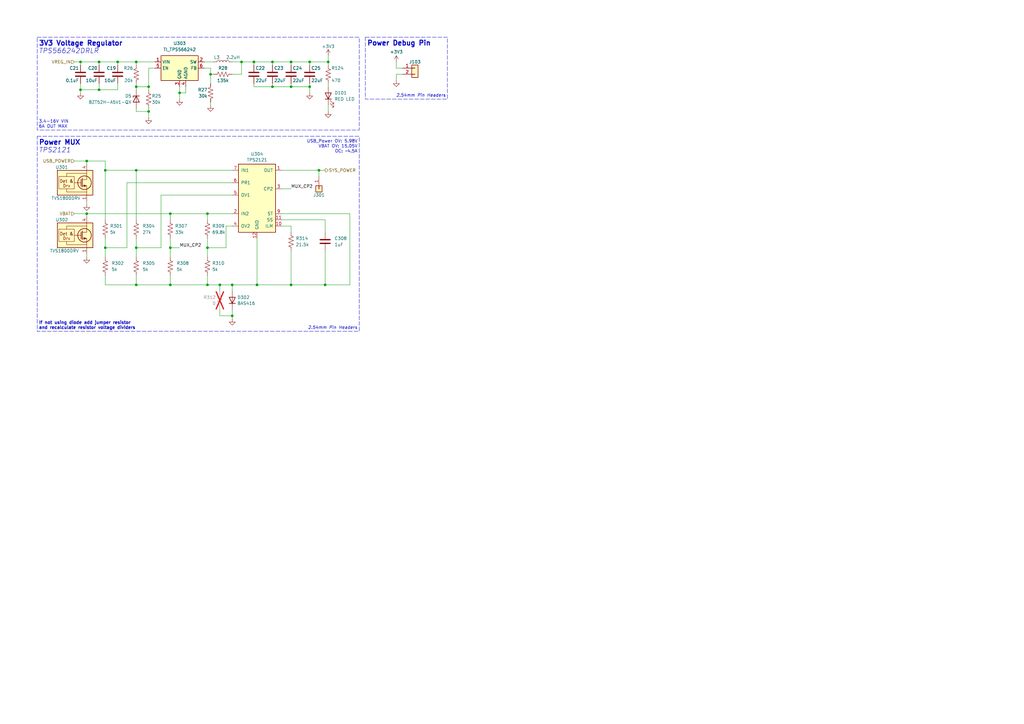
<source format=kicad_sch>
(kicad_sch
	(version 20231120)
	(generator "eeschema")
	(generator_version "8.0")
	(uuid "a3d4693f-0e63-4941-9445-becc1a2c32d1")
	(paper "A3")
	(title_block
		(title "MIDAS Power Circuitry MK2.1")
		(date "2025-01-16")
		(rev "B")
		(company "Illinois Space Society")
		(comment 3 "Oviya Jeyaprakash, Tom Hong, David Zhang")
		(comment 4 "Contributors: Peter Giannetos, Quinn Athas, Zachary Martin, Patrick Cassino, ")
	)
	(lib_symbols
		(symbol "Connector_Generic:Conn_01x01"
			(pin_names
				(offset 1.016) hide)
			(exclude_from_sim no)
			(in_bom yes)
			(on_board yes)
			(property "Reference" "J"
				(at 0 2.54 0)
				(effects
					(font
						(size 1.27 1.27)
					)
				)
			)
			(property "Value" "Conn_01x01"
				(at 0 -2.54 0)
				(effects
					(font
						(size 1.27 1.27)
					)
				)
			)
			(property "Footprint" ""
				(at 0 0 0)
				(effects
					(font
						(size 1.27 1.27)
					)
					(hide yes)
				)
			)
			(property "Datasheet" "~"
				(at 0 0 0)
				(effects
					(font
						(size 1.27 1.27)
					)
					(hide yes)
				)
			)
			(property "Description" "Generic connector, single row, 01x01, script generated (kicad-library-utils/schlib/autogen/connector/)"
				(at 0 0 0)
				(effects
					(font
						(size 1.27 1.27)
					)
					(hide yes)
				)
			)
			(property "ki_keywords" "connector"
				(at 0 0 0)
				(effects
					(font
						(size 1.27 1.27)
					)
					(hide yes)
				)
			)
			(property "ki_fp_filters" "Connector*:*_1x??_*"
				(at 0 0 0)
				(effects
					(font
						(size 1.27 1.27)
					)
					(hide yes)
				)
			)
			(symbol "Conn_01x01_1_1"
				(rectangle
					(start -1.27 0.127)
					(end 0 -0.127)
					(stroke
						(width 0.1524)
						(type default)
					)
					(fill
						(type none)
					)
				)
				(rectangle
					(start -1.27 1.27)
					(end 1.27 -1.27)
					(stroke
						(width 0.254)
						(type default)
					)
					(fill
						(type background)
					)
				)
				(pin passive line
					(at -5.08 0 0)
					(length 3.81)
					(name "Pin_1"
						(effects
							(font
								(size 1.27 1.27)
							)
						)
					)
					(number "1"
						(effects
							(font
								(size 1.27 1.27)
							)
						)
					)
				)
			)
		)
		(symbol "Connector_Generic:Conn_01x02"
			(pin_names
				(offset 1.016) hide)
			(exclude_from_sim no)
			(in_bom yes)
			(on_board yes)
			(property "Reference" "J"
				(at 0 2.54 0)
				(effects
					(font
						(size 1.27 1.27)
					)
				)
			)
			(property "Value" "Conn_01x02"
				(at 0 -5.08 0)
				(effects
					(font
						(size 1.27 1.27)
					)
				)
			)
			(property "Footprint" ""
				(at 0 0 0)
				(effects
					(font
						(size 1.27 1.27)
					)
					(hide yes)
				)
			)
			(property "Datasheet" "~"
				(at 0 0 0)
				(effects
					(font
						(size 1.27 1.27)
					)
					(hide yes)
				)
			)
			(property "Description" "Generic connector, single row, 01x02, script generated (kicad-library-utils/schlib/autogen/connector/)"
				(at 0 0 0)
				(effects
					(font
						(size 1.27 1.27)
					)
					(hide yes)
				)
			)
			(property "ki_keywords" "connector"
				(at 0 0 0)
				(effects
					(font
						(size 1.27 1.27)
					)
					(hide yes)
				)
			)
			(property "ki_fp_filters" "Connector*:*_1x??_*"
				(at 0 0 0)
				(effects
					(font
						(size 1.27 1.27)
					)
					(hide yes)
				)
			)
			(symbol "Conn_01x02_1_1"
				(rectangle
					(start -1.27 -2.413)
					(end 0 -2.667)
					(stroke
						(width 0.1524)
						(type default)
					)
					(fill
						(type none)
					)
				)
				(rectangle
					(start -1.27 0.127)
					(end 0 -0.127)
					(stroke
						(width 0.1524)
						(type default)
					)
					(fill
						(type none)
					)
				)
				(rectangle
					(start -1.27 1.27)
					(end 1.27 -3.81)
					(stroke
						(width 0.254)
						(type default)
					)
					(fill
						(type background)
					)
				)
				(pin passive line
					(at -5.08 0 0)
					(length 3.81)
					(name "Pin_1"
						(effects
							(font
								(size 1.27 1.27)
							)
						)
					)
					(number "1"
						(effects
							(font
								(size 1.27 1.27)
							)
						)
					)
				)
				(pin passive line
					(at -5.08 -2.54 0)
					(length 3.81)
					(name "Pin_2"
						(effects
							(font
								(size 1.27 1.27)
							)
						)
					)
					(number "2"
						(effects
							(font
								(size 1.27 1.27)
							)
						)
					)
				)
			)
		)
		(symbol "Device:C"
			(pin_numbers hide)
			(pin_names
				(offset 0.254)
			)
			(exclude_from_sim no)
			(in_bom yes)
			(on_board yes)
			(property "Reference" "C"
				(at 0.635 2.54 0)
				(effects
					(font
						(size 1.27 1.27)
					)
					(justify left)
				)
			)
			(property "Value" "C"
				(at 0.635 -2.54 0)
				(effects
					(font
						(size 1.27 1.27)
					)
					(justify left)
				)
			)
			(property "Footprint" ""
				(at 0.9652 -3.81 0)
				(effects
					(font
						(size 1.27 1.27)
					)
					(hide yes)
				)
			)
			(property "Datasheet" "~"
				(at 0 0 0)
				(effects
					(font
						(size 1.27 1.27)
					)
					(hide yes)
				)
			)
			(property "Description" "Unpolarized capacitor"
				(at 0 0 0)
				(effects
					(font
						(size 1.27 1.27)
					)
					(hide yes)
				)
			)
			(property "ki_keywords" "cap capacitor"
				(at 0 0 0)
				(effects
					(font
						(size 1.27 1.27)
					)
					(hide yes)
				)
			)
			(property "ki_fp_filters" "C_*"
				(at 0 0 0)
				(effects
					(font
						(size 1.27 1.27)
					)
					(hide yes)
				)
			)
			(symbol "C_0_1"
				(polyline
					(pts
						(xy -2.032 -0.762) (xy 2.032 -0.762)
					)
					(stroke
						(width 0.508)
						(type default)
					)
					(fill
						(type none)
					)
				)
				(polyline
					(pts
						(xy -2.032 0.762) (xy 2.032 0.762)
					)
					(stroke
						(width 0.508)
						(type default)
					)
					(fill
						(type none)
					)
				)
			)
			(symbol "C_1_1"
				(pin passive line
					(at 0 3.81 270)
					(length 2.794)
					(name "~"
						(effects
							(font
								(size 1.27 1.27)
							)
						)
					)
					(number "1"
						(effects
							(font
								(size 1.27 1.27)
							)
						)
					)
				)
				(pin passive line
					(at 0 -3.81 90)
					(length 2.794)
					(name "~"
						(effects
							(font
								(size 1.27 1.27)
							)
						)
					)
					(number "2"
						(effects
							(font
								(size 1.27 1.27)
							)
						)
					)
				)
			)
		)
		(symbol "Device:D"
			(pin_numbers hide)
			(pin_names
				(offset 1.016) hide)
			(exclude_from_sim no)
			(in_bom yes)
			(on_board yes)
			(property "Reference" "D"
				(at 0 2.54 0)
				(effects
					(font
						(size 1.27 1.27)
					)
				)
			)
			(property "Value" "D"
				(at 0 -2.54 0)
				(effects
					(font
						(size 1.27 1.27)
					)
				)
			)
			(property "Footprint" ""
				(at 0 0 0)
				(effects
					(font
						(size 1.27 1.27)
					)
					(hide yes)
				)
			)
			(property "Datasheet" "~"
				(at 0 0 0)
				(effects
					(font
						(size 1.27 1.27)
					)
					(hide yes)
				)
			)
			(property "Description" "Diode"
				(at 0 0 0)
				(effects
					(font
						(size 1.27 1.27)
					)
					(hide yes)
				)
			)
			(property "Sim.Device" "D"
				(at 0 0 0)
				(effects
					(font
						(size 1.27 1.27)
					)
					(hide yes)
				)
			)
			(property "Sim.Pins" "1=K 2=A"
				(at 0 0 0)
				(effects
					(font
						(size 1.27 1.27)
					)
					(hide yes)
				)
			)
			(property "ki_keywords" "diode"
				(at 0 0 0)
				(effects
					(font
						(size 1.27 1.27)
					)
					(hide yes)
				)
			)
			(property "ki_fp_filters" "TO-???* *_Diode_* *SingleDiode* D_*"
				(at 0 0 0)
				(effects
					(font
						(size 1.27 1.27)
					)
					(hide yes)
				)
			)
			(symbol "D_0_1"
				(polyline
					(pts
						(xy -1.27 1.27) (xy -1.27 -1.27)
					)
					(stroke
						(width 0.254)
						(type default)
					)
					(fill
						(type none)
					)
				)
				(polyline
					(pts
						(xy 1.27 0) (xy -1.27 0)
					)
					(stroke
						(width 0)
						(type default)
					)
					(fill
						(type none)
					)
				)
				(polyline
					(pts
						(xy 1.27 1.27) (xy 1.27 -1.27) (xy -1.27 0) (xy 1.27 1.27)
					)
					(stroke
						(width 0.254)
						(type default)
					)
					(fill
						(type none)
					)
				)
			)
			(symbol "D_1_1"
				(pin passive line
					(at -3.81 0 0)
					(length 2.54)
					(name "K"
						(effects
							(font
								(size 1.27 1.27)
							)
						)
					)
					(number "1"
						(effects
							(font
								(size 1.27 1.27)
							)
						)
					)
				)
				(pin passive line
					(at 3.81 0 180)
					(length 2.54)
					(name "A"
						(effects
							(font
								(size 1.27 1.27)
							)
						)
					)
					(number "2"
						(effects
							(font
								(size 1.27 1.27)
							)
						)
					)
				)
			)
		)
		(symbol "Device:D_Zener"
			(pin_numbers hide)
			(pin_names
				(offset 1.016) hide)
			(exclude_from_sim no)
			(in_bom yes)
			(on_board yes)
			(property "Reference" "D"
				(at 0 2.54 0)
				(effects
					(font
						(size 1.27 1.27)
					)
				)
			)
			(property "Value" "D_Zener"
				(at 0 -2.54 0)
				(effects
					(font
						(size 1.27 1.27)
					)
				)
			)
			(property "Footprint" ""
				(at 0 0 0)
				(effects
					(font
						(size 1.27 1.27)
					)
					(hide yes)
				)
			)
			(property "Datasheet" "~"
				(at 0 0 0)
				(effects
					(font
						(size 1.27 1.27)
					)
					(hide yes)
				)
			)
			(property "Description" "Zener diode"
				(at 0 0 0)
				(effects
					(font
						(size 1.27 1.27)
					)
					(hide yes)
				)
			)
			(property "ki_keywords" "diode"
				(at 0 0 0)
				(effects
					(font
						(size 1.27 1.27)
					)
					(hide yes)
				)
			)
			(property "ki_fp_filters" "TO-???* *_Diode_* *SingleDiode* D_*"
				(at 0 0 0)
				(effects
					(font
						(size 1.27 1.27)
					)
					(hide yes)
				)
			)
			(symbol "D_Zener_0_1"
				(polyline
					(pts
						(xy 1.27 0) (xy -1.27 0)
					)
					(stroke
						(width 0)
						(type default)
					)
					(fill
						(type none)
					)
				)
				(polyline
					(pts
						(xy -1.27 -1.27) (xy -1.27 1.27) (xy -0.762 1.27)
					)
					(stroke
						(width 0.254)
						(type default)
					)
					(fill
						(type none)
					)
				)
				(polyline
					(pts
						(xy 1.27 -1.27) (xy 1.27 1.27) (xy -1.27 0) (xy 1.27 -1.27)
					)
					(stroke
						(width 0.254)
						(type default)
					)
					(fill
						(type none)
					)
				)
			)
			(symbol "D_Zener_1_1"
				(pin passive line
					(at -3.81 0 0)
					(length 2.54)
					(name "K"
						(effects
							(font
								(size 1.27 1.27)
							)
						)
					)
					(number "1"
						(effects
							(font
								(size 1.27 1.27)
							)
						)
					)
				)
				(pin passive line
					(at 3.81 0 180)
					(length 2.54)
					(name "A"
						(effects
							(font
								(size 1.27 1.27)
							)
						)
					)
					(number "2"
						(effects
							(font
								(size 1.27 1.27)
							)
						)
					)
				)
			)
		)
		(symbol "Device:L"
			(pin_numbers hide)
			(pin_names
				(offset 1.016) hide)
			(exclude_from_sim no)
			(in_bom yes)
			(on_board yes)
			(property "Reference" "L"
				(at -1.27 0 90)
				(effects
					(font
						(size 1.27 1.27)
					)
				)
			)
			(property "Value" "L"
				(at 1.905 0 90)
				(effects
					(font
						(size 1.27 1.27)
					)
				)
			)
			(property "Footprint" ""
				(at 0 0 0)
				(effects
					(font
						(size 1.27 1.27)
					)
					(hide yes)
				)
			)
			(property "Datasheet" "~"
				(at 0 0 0)
				(effects
					(font
						(size 1.27 1.27)
					)
					(hide yes)
				)
			)
			(property "Description" "Inductor"
				(at 0 0 0)
				(effects
					(font
						(size 1.27 1.27)
					)
					(hide yes)
				)
			)
			(property "ki_keywords" "inductor choke coil reactor magnetic"
				(at 0 0 0)
				(effects
					(font
						(size 1.27 1.27)
					)
					(hide yes)
				)
			)
			(property "ki_fp_filters" "Choke_* *Coil* Inductor_* L_*"
				(at 0 0 0)
				(effects
					(font
						(size 1.27 1.27)
					)
					(hide yes)
				)
			)
			(symbol "L_0_1"
				(arc
					(start 0 -2.54)
					(mid 0.6323 -1.905)
					(end 0 -1.27)
					(stroke
						(width 0)
						(type default)
					)
					(fill
						(type none)
					)
				)
				(arc
					(start 0 -1.27)
					(mid 0.6323 -0.635)
					(end 0 0)
					(stroke
						(width 0)
						(type default)
					)
					(fill
						(type none)
					)
				)
				(arc
					(start 0 0)
					(mid 0.6323 0.635)
					(end 0 1.27)
					(stroke
						(width 0)
						(type default)
					)
					(fill
						(type none)
					)
				)
				(arc
					(start 0 1.27)
					(mid 0.6323 1.905)
					(end 0 2.54)
					(stroke
						(width 0)
						(type default)
					)
					(fill
						(type none)
					)
				)
			)
			(symbol "L_1_1"
				(pin passive line
					(at 0 3.81 270)
					(length 1.27)
					(name "1"
						(effects
							(font
								(size 1.27 1.27)
							)
						)
					)
					(number "1"
						(effects
							(font
								(size 1.27 1.27)
							)
						)
					)
				)
				(pin passive line
					(at 0 -3.81 90)
					(length 1.27)
					(name "2"
						(effects
							(font
								(size 1.27 1.27)
							)
						)
					)
					(number "2"
						(effects
							(font
								(size 1.27 1.27)
							)
						)
					)
				)
			)
		)
		(symbol "Device:LED"
			(pin_numbers hide)
			(pin_names
				(offset 1.016) hide)
			(exclude_from_sim no)
			(in_bom yes)
			(on_board yes)
			(property "Reference" "D"
				(at 0 2.54 0)
				(effects
					(font
						(size 1.27 1.27)
					)
				)
			)
			(property "Value" "LED"
				(at 0 -2.54 0)
				(effects
					(font
						(size 1.27 1.27)
					)
				)
			)
			(property "Footprint" ""
				(at 0 0 0)
				(effects
					(font
						(size 1.27 1.27)
					)
					(hide yes)
				)
			)
			(property "Datasheet" "~"
				(at 0 0 0)
				(effects
					(font
						(size 1.27 1.27)
					)
					(hide yes)
				)
			)
			(property "Description" "Light emitting diode"
				(at 0 0 0)
				(effects
					(font
						(size 1.27 1.27)
					)
					(hide yes)
				)
			)
			(property "ki_keywords" "LED diode"
				(at 0 0 0)
				(effects
					(font
						(size 1.27 1.27)
					)
					(hide yes)
				)
			)
			(property "ki_fp_filters" "LED* LED_SMD:* LED_THT:*"
				(at 0 0 0)
				(effects
					(font
						(size 1.27 1.27)
					)
					(hide yes)
				)
			)
			(symbol "LED_0_1"
				(polyline
					(pts
						(xy -1.27 -1.27) (xy -1.27 1.27)
					)
					(stroke
						(width 0.254)
						(type default)
					)
					(fill
						(type none)
					)
				)
				(polyline
					(pts
						(xy -1.27 0) (xy 1.27 0)
					)
					(stroke
						(width 0)
						(type default)
					)
					(fill
						(type none)
					)
				)
				(polyline
					(pts
						(xy 1.27 -1.27) (xy 1.27 1.27) (xy -1.27 0) (xy 1.27 -1.27)
					)
					(stroke
						(width 0.254)
						(type default)
					)
					(fill
						(type none)
					)
				)
				(polyline
					(pts
						(xy -3.048 -0.762) (xy -4.572 -2.286) (xy -3.81 -2.286) (xy -4.572 -2.286) (xy -4.572 -1.524)
					)
					(stroke
						(width 0)
						(type default)
					)
					(fill
						(type none)
					)
				)
				(polyline
					(pts
						(xy -1.778 -0.762) (xy -3.302 -2.286) (xy -2.54 -2.286) (xy -3.302 -2.286) (xy -3.302 -1.524)
					)
					(stroke
						(width 0)
						(type default)
					)
					(fill
						(type none)
					)
				)
			)
			(symbol "LED_1_1"
				(pin passive line
					(at -3.81 0 0)
					(length 2.54)
					(name "K"
						(effects
							(font
								(size 1.27 1.27)
							)
						)
					)
					(number "1"
						(effects
							(font
								(size 1.27 1.27)
							)
						)
					)
				)
				(pin passive line
					(at 3.81 0 180)
					(length 2.54)
					(name "A"
						(effects
							(font
								(size 1.27 1.27)
							)
						)
					)
					(number "2"
						(effects
							(font
								(size 1.27 1.27)
							)
						)
					)
				)
			)
		)
		(symbol "Device:R_US"
			(pin_numbers hide)
			(pin_names
				(offset 0)
			)
			(exclude_from_sim no)
			(in_bom yes)
			(on_board yes)
			(property "Reference" "R"
				(at 2.54 0 90)
				(effects
					(font
						(size 1.27 1.27)
					)
				)
			)
			(property "Value" "R_US"
				(at -2.54 0 90)
				(effects
					(font
						(size 1.27 1.27)
					)
				)
			)
			(property "Footprint" ""
				(at 1.016 -0.254 90)
				(effects
					(font
						(size 1.27 1.27)
					)
					(hide yes)
				)
			)
			(property "Datasheet" "~"
				(at 0 0 0)
				(effects
					(font
						(size 1.27 1.27)
					)
					(hide yes)
				)
			)
			(property "Description" "Resistor, US symbol"
				(at 0 0 0)
				(effects
					(font
						(size 1.27 1.27)
					)
					(hide yes)
				)
			)
			(property "ki_keywords" "R res resistor"
				(at 0 0 0)
				(effects
					(font
						(size 1.27 1.27)
					)
					(hide yes)
				)
			)
			(property "ki_fp_filters" "R_*"
				(at 0 0 0)
				(effects
					(font
						(size 1.27 1.27)
					)
					(hide yes)
				)
			)
			(symbol "R_US_0_1"
				(polyline
					(pts
						(xy 0 -2.286) (xy 0 -2.54)
					)
					(stroke
						(width 0)
						(type default)
					)
					(fill
						(type none)
					)
				)
				(polyline
					(pts
						(xy 0 2.286) (xy 0 2.54)
					)
					(stroke
						(width 0)
						(type default)
					)
					(fill
						(type none)
					)
				)
				(polyline
					(pts
						(xy 0 -0.762) (xy 1.016 -1.143) (xy 0 -1.524) (xy -1.016 -1.905) (xy 0 -2.286)
					)
					(stroke
						(width 0)
						(type default)
					)
					(fill
						(type none)
					)
				)
				(polyline
					(pts
						(xy 0 0.762) (xy 1.016 0.381) (xy 0 0) (xy -1.016 -0.381) (xy 0 -0.762)
					)
					(stroke
						(width 0)
						(type default)
					)
					(fill
						(type none)
					)
				)
				(polyline
					(pts
						(xy 0 2.286) (xy 1.016 1.905) (xy 0 1.524) (xy -1.016 1.143) (xy 0 0.762)
					)
					(stroke
						(width 0)
						(type default)
					)
					(fill
						(type none)
					)
				)
			)
			(symbol "R_US_1_1"
				(pin passive line
					(at 0 3.81 270)
					(length 1.27)
					(name "~"
						(effects
							(font
								(size 1.27 1.27)
							)
						)
					)
					(number "1"
						(effects
							(font
								(size 1.27 1.27)
							)
						)
					)
				)
				(pin passive line
					(at 0 -3.81 90)
					(length 1.27)
					(name "~"
						(effects
							(font
								(size 1.27 1.27)
							)
						)
					)
					(number "2"
						(effects
							(font
								(size 1.27 1.27)
							)
						)
					)
				)
			)
		)
		(symbol "GND_1"
			(power)
			(pin_names
				(offset 0)
			)
			(exclude_from_sim no)
			(in_bom yes)
			(on_board yes)
			(property "Reference" "#PWR"
				(at 0 -6.35 0)
				(effects
					(font
						(size 1.27 1.27)
					)
					(hide yes)
				)
			)
			(property "Value" "GND_1"
				(at 0 -3.81 0)
				(effects
					(font
						(size 1.27 1.27)
					)
				)
			)
			(property "Footprint" ""
				(at 0 0 0)
				(effects
					(font
						(size 1.27 1.27)
					)
					(hide yes)
				)
			)
			(property "Datasheet" ""
				(at 0 0 0)
				(effects
					(font
						(size 1.27 1.27)
					)
					(hide yes)
				)
			)
			(property "Description" "Power symbol creates a global label with name \"GND\" , ground"
				(at 0 0 0)
				(effects
					(font
						(size 1.27 1.27)
					)
					(hide yes)
				)
			)
			(property "ki_keywords" "global power"
				(at 0 0 0)
				(effects
					(font
						(size 1.27 1.27)
					)
					(hide yes)
				)
			)
			(symbol "GND_1_0_1"
				(polyline
					(pts
						(xy 0 0) (xy 0 -1.27) (xy 1.27 -1.27) (xy 0 -2.54) (xy -1.27 -1.27) (xy 0 -1.27)
					)
					(stroke
						(width 0)
						(type default)
					)
					(fill
						(type none)
					)
				)
			)
			(symbol "GND_1_1_1"
				(pin power_in line
					(at 0 0 270)
					(length 0) hide
					(name "GND"
						(effects
							(font
								(size 1.27 1.27)
							)
						)
					)
					(number "1"
						(effects
							(font
								(size 1.27 1.27)
							)
						)
					)
				)
			)
		)
		(symbol "Power_MUX:TPS2121"
			(pin_names
				(offset 1.016)
			)
			(exclude_from_sim no)
			(in_bom yes)
			(on_board yes)
			(property "Reference" "U"
				(at -6.35 16.51 0)
				(effects
					(font
						(size 1.27 1.27)
					)
				)
			)
			(property "Value" "TPS2121"
				(at 3.81 16.51 0)
				(effects
					(font
						(size 1.27 1.27)
					)
				)
			)
			(property "Footprint" "Package_VQFN:VQFN-HR-RUX0012A"
				(at 0 -20.32 0)
				(effects
					(font
						(size 1.27 1.27)
					)
					(hide yes)
				)
			)
			(property "Datasheet" "https://www.ti.com/product/TPS2121"
				(at 0 -22.86 0)
				(effects
					(font
						(size 1.27 1.27)
					)
					(hide yes)
				)
			)
			(property "Description" "2.7V to 22V, 56-mΩ, 4.5A, power mux with seamless switchover, 2 inputs"
				(at 0 0 0)
				(effects
					(font
						(size 1.27 1.27)
					)
					(hide yes)
				)
			)
			(property "ki_keywords" "2.7V to 22V 56mΩ 4.5A power mux with seamless switchover 2 inputs"
				(at 0 0 0)
				(effects
					(font
						(size 1.27 1.27)
					)
					(hide yes)
				)
			)
			(symbol "TPS2121_0_0"
				(rectangle
					(start -7.62 15.24)
					(end 7.62 -12.7)
					(stroke
						(width 0.254)
						(type default)
					)
					(fill
						(type background)
					)
				)
				(pin output line
					(at 10.16 -10.16 180)
					(length 2.54)
					(name "ILM"
						(effects
							(font
								(size 1.27 1.27)
							)
						)
					)
					(number "10"
						(effects
							(font
								(size 1.27 1.27)
							)
						)
					)
				)
				(pin output line
					(at 10.16 -7.62 180)
					(length 2.54)
					(name "SS"
						(effects
							(font
								(size 1.27 1.27)
							)
						)
					)
					(number "11"
						(effects
							(font
								(size 1.27 1.27)
							)
						)
					)
				)
				(pin power_in line
					(at 0 -15.24 90)
					(length 2.54)
					(name "GND"
						(effects
							(font
								(size 1.27 1.27)
							)
						)
					)
					(number "12"
						(effects
							(font
								(size 1.27 1.27)
							)
						)
					)
				)
				(pin power_in line
					(at -10.16 -5.08 0)
					(length 2.54)
					(name "IN2"
						(effects
							(font
								(size 1.27 1.27)
							)
						)
					)
					(number "2"
						(effects
							(font
								(size 1.27 1.27)
							)
						)
					)
				)
				(pin input line
					(at 10.16 5.08 180)
					(length 2.54)
					(name "CP2"
						(effects
							(font
								(size 1.27 1.27)
							)
						)
					)
					(number "3"
						(effects
							(font
								(size 1.27 1.27)
							)
						)
					)
				)
				(pin input line
					(at -10.16 -10.16 0)
					(length 2.54)
					(name "OV2"
						(effects
							(font
								(size 1.27 1.27)
							)
						)
					)
					(number "4"
						(effects
							(font
								(size 1.27 1.27)
							)
						)
					)
				)
				(pin input line
					(at -10.16 2.54 0)
					(length 2.54)
					(name "OV1"
						(effects
							(font
								(size 1.27 1.27)
							)
						)
					)
					(number "5"
						(effects
							(font
								(size 1.27 1.27)
							)
						)
					)
				)
				(pin input line
					(at -10.16 7.62 0)
					(length 2.54)
					(name "PR1"
						(effects
							(font
								(size 1.27 1.27)
							)
						)
					)
					(number "6"
						(effects
							(font
								(size 1.27 1.27)
							)
						)
					)
				)
				(pin power_in line
					(at -10.16 12.7 0)
					(length 2.54)
					(name "IN1"
						(effects
							(font
								(size 1.27 1.27)
							)
						)
					)
					(number "7"
						(effects
							(font
								(size 1.27 1.27)
							)
						)
					)
				)
				(pin output line
					(at 10.16 -5.08 180)
					(length 2.54)
					(name "ST"
						(effects
							(font
								(size 1.27 1.27)
							)
						)
					)
					(number "9"
						(effects
							(font
								(size 1.27 1.27)
							)
						)
					)
				)
			)
			(symbol "TPS2121_1_0"
				(pin power_out line
					(at 10.16 12.7 180)
					(length 2.54)
					(name "OUT"
						(effects
							(font
								(size 1.27 1.27)
							)
						)
					)
					(number "1"
						(effects
							(font
								(size 1.27 1.27)
							)
						)
					)
				)
				(pin power_out line
					(at 10.16 12.7 180)
					(length 2.54) hide
					(name "OUT"
						(effects
							(font
								(size 1.27 1.27)
							)
						)
					)
					(number "8"
						(effects
							(font
								(size 1.27 1.27)
							)
						)
					)
				)
			)
		)
		(symbol "Power_Protection:TVS1800DRV"
			(pin_names
				(offset 0) hide)
			(exclude_from_sim no)
			(in_bom yes)
			(on_board yes)
			(property "Reference" "U"
				(at 2.54 1.27 0)
				(effects
					(font
						(size 1.27 1.27)
					)
					(justify left)
				)
			)
			(property "Value" "TVS1800DRV"
				(at 2.54 -1.27 0)
				(effects
					(font
						(size 1.27 1.27)
					)
					(justify left)
				)
			)
			(property "Footprint" "Package_SON:WSON-6-1EP_2x2mm_P0.65mm_EP1x1.6mm"
				(at 5.08 -8.89 0)
				(effects
					(font
						(size 1.27 1.27)
					)
					(hide yes)
				)
			)
			(property "Datasheet" "http://www.ti.com/lit/ds/symlink/tvs1800.pdf"
				(at -2.54 0 0)
				(effects
					(font
						(size 1.27 1.27)
					)
					(hide yes)
				)
			)
			(property "Description" "Flat-Clamp Surge Protection Device. 18Vrwm, WSON-6"
				(at 0 0 0)
				(effects
					(font
						(size 1.27 1.27)
					)
					(hide yes)
				)
			)
			(property "ki_keywords" "EMI, ESD, TVS protection transient"
				(at 0 0 0)
				(effects
					(font
						(size 1.27 1.27)
					)
					(hide yes)
				)
			)
			(property "ki_fp_filters" "WSON*1EP*2x2mm*P0.65mm*EP1x1.6mm*"
				(at 0 0 0)
				(effects
					(font
						(size 1.27 1.27)
					)
					(hide yes)
				)
			)
			(symbol "TVS1800DRV_0_0"
				(rectangle
					(start -11.43 2.54)
					(end -5.08 -2.54)
					(stroke
						(width 0)
						(type default)
					)
					(fill
						(type none)
					)
				)
				(polyline
					(pts
						(xy 0 1.27) (xy -1.778 1.27)
					)
					(stroke
						(width 0)
						(type default)
					)
					(fill
						(type none)
					)
				)
				(polyline
					(pts
						(xy -8.255 -2.54) (xy -8.255 -3.81) (xy 0 -3.81)
					)
					(stroke
						(width 0)
						(type default)
					)
					(fill
						(type none)
					)
				)
				(polyline
					(pts
						(xy -8.255 2.54) (xy -8.255 3.81) (xy 0 3.81)
					)
					(stroke
						(width 0)
						(type default)
					)
					(fill
						(type none)
					)
				)
				(text "Det &"
					(at -8.255 0.635 0)
					(effects
						(font
							(size 1.27 1.27)
						)
					)
				)
				(text "Drv"
					(at -8.255 -1.27 0)
					(effects
						(font
							(size 1.27 1.27)
						)
					)
				)
			)
			(symbol "TVS1800DRV_0_1"
				(rectangle
					(start -12.065 5.08)
					(end 2.54 -5.08)
					(stroke
						(width 0.254)
						(type default)
					)
					(fill
						(type background)
					)
				)
				(circle
					(center -0.889 0)
					(radius 2.794)
					(stroke
						(width 0.254)
						(type default)
					)
					(fill
						(type none)
					)
				)
				(polyline
					(pts
						(xy -2.286 0) (xy -5.08 0)
					)
					(stroke
						(width 0)
						(type default)
					)
					(fill
						(type none)
					)
				)
				(polyline
					(pts
						(xy -2.286 1.397) (xy -2.286 -1.524)
					)
					(stroke
						(width 0.254)
						(type default)
					)
					(fill
						(type none)
					)
				)
				(polyline
					(pts
						(xy -1.778 1.778) (xy -1.778 -1.778)
					)
					(stroke
						(width 0.254)
						(type default)
					)
					(fill
						(type none)
					)
				)
				(polyline
					(pts
						(xy 0 -2.54) (xy 0 -5.08)
					)
					(stroke
						(width 0)
						(type default)
					)
					(fill
						(type none)
					)
				)
				(polyline
					(pts
						(xy 0 2.54) (xy 0 1.27)
					)
					(stroke
						(width 0)
						(type default)
					)
					(fill
						(type none)
					)
				)
				(polyline
					(pts
						(xy 0 5.08) (xy 0 2.54)
					)
					(stroke
						(width 0)
						(type default)
					)
					(fill
						(type none)
					)
				)
				(polyline
					(pts
						(xy 0 -2.54) (xy 0 -1.27) (xy -1.778 -1.27)
					)
					(stroke
						(width 0)
						(type default)
					)
					(fill
						(type none)
					)
				)
				(polyline
					(pts
						(xy -0.127 -1.27) (xy -1.143 -1.651) (xy -1.143 -0.889) (xy -0.127 -1.27)
					)
					(stroke
						(width 0)
						(type default)
					)
					(fill
						(type outline)
					)
				)
			)
			(symbol "TVS1800DRV_1_1"
				(pin power_in line
					(at 0 -7.62 90)
					(length 2.54)
					(name "GND"
						(effects
							(font
								(size 1.27 1.27)
							)
						)
					)
					(number "1"
						(effects
							(font
								(size 1.27 1.27)
							)
						)
					)
				)
				(pin passive line
					(at 0 -7.62 90)
					(length 2.54) hide
					(name "GND"
						(effects
							(font
								(size 1.27 1.27)
							)
						)
					)
					(number "2"
						(effects
							(font
								(size 1.27 1.27)
							)
						)
					)
				)
				(pin passive line
					(at 0 -7.62 90)
					(length 2.54) hide
					(name "GND"
						(effects
							(font
								(size 1.27 1.27)
							)
						)
					)
					(number "3"
						(effects
							(font
								(size 1.27 1.27)
							)
						)
					)
				)
				(pin passive line
					(at 0 7.62 270)
					(length 2.54)
					(name "IN"
						(effects
							(font
								(size 1.27 1.27)
							)
						)
					)
					(number "4"
						(effects
							(font
								(size 1.27 1.27)
							)
						)
					)
				)
				(pin passive line
					(at 0 7.62 270)
					(length 2.54) hide
					(name "IN"
						(effects
							(font
								(size 1.27 1.27)
							)
						)
					)
					(number "5"
						(effects
							(font
								(size 1.27 1.27)
							)
						)
					)
				)
				(pin passive line
					(at 0 7.62 270)
					(length 2.54) hide
					(name "IN"
						(effects
							(font
								(size 1.27 1.27)
							)
						)
					)
					(number "6"
						(effects
							(font
								(size 1.27 1.27)
							)
						)
					)
				)
				(pin passive line
					(at 0 -7.62 90)
					(length 2.54) hide
					(name "GND"
						(effects
							(font
								(size 1.27 1.27)
							)
						)
					)
					(number "7"
						(effects
							(font
								(size 1.27 1.27)
							)
						)
					)
				)
			)
		)
		(symbol "Regulator_Texas:TI_TPS566242"
			(exclude_from_sim no)
			(in_bom yes)
			(on_board yes)
			(property "Reference" "U"
				(at 0 10.16 0)
				(effects
					(font
						(size 1.27 1.27)
					)
				)
			)
			(property "Value" "TI_TPS566242"
				(at 0 7.62 0)
				(effects
					(font
						(size 1.27 1.27)
					)
				)
			)
			(property "Footprint" "Package_TO_SOT_SMD:SOT-563"
				(at 0 -12.7 0)
				(effects
					(font
						(size 1.27 1.27)
					)
					(hide yes)
				)
			)
			(property "Datasheet" "https://www.ti.com/lit/ds/symlink/tps566242.pdf"
				(at 0 -10.16 0)
				(effects
					(font
						(size 1.27 1.27)
					)
					(hide yes)
				)
			)
			(property "Description" "6A Synchronous Buck Converter, 3-16V Input, 0.6-7-V Output"
				(at 0 0 0)
				(effects
					(font
						(size 1.27 1.27)
					)
					(hide yes)
				)
			)
			(property "ki_keywords" "Regulator Buck Converter Texas Instruments TI 3-16V 0.6-7V"
				(at 0 0 0)
				(effects
					(font
						(size 1.27 1.27)
					)
					(hide yes)
				)
			)
			(symbol "TI_TPS566242_0_0"
				(pin input line
					(at -10.16 2.54 0)
					(length 2.54)
					(name "VIN"
						(effects
							(font
								(size 1.27 1.27)
							)
						)
					)
					(number "1"
						(effects
							(font
								(size 1.27 1.27)
							)
						)
					)
				)
				(pin power_in line
					(at 0 -7.62 90)
					(length 2.54)
					(name "GND"
						(effects
							(font
								(size 1.27 1.27)
							)
						)
					)
					(number "3"
						(effects
							(font
								(size 1.27 1.27)
							)
						)
					)
				)
				(pin power_in line
					(at 2.54 -7.62 90)
					(length 2.54)
					(name "AGND"
						(effects
							(font
								(size 1.27 1.27)
							)
						)
					)
					(number "4"
						(effects
							(font
								(size 1.27 1.27)
							)
						)
					)
				)
			)
			(symbol "TI_TPS566242_1_0"
				(pin input line
					(at 10.16 2.54 180)
					(length 2.54)
					(name "SW"
						(effects
							(font
								(size 1.27 1.27)
							)
						)
					)
					(number "2"
						(effects
							(font
								(size 1.27 1.27)
							)
						)
					)
				)
				(pin output line
					(at -10.16 0 0)
					(length 2.54)
					(name "EN"
						(effects
							(font
								(size 1.27 1.27)
							)
						)
					)
					(number "5"
						(effects
							(font
								(size 1.27 1.27)
							)
						)
					)
				)
				(pin input line
					(at 10.16 0 180)
					(length 2.54)
					(name "FB"
						(effects
							(font
								(size 1.27 1.27)
							)
						)
					)
					(number "6"
						(effects
							(font
								(size 1.27 1.27)
							)
						)
					)
				)
			)
			(symbol "TI_TPS566242_1_1"
				(rectangle
					(start -7.62 5.08)
					(end 7.62 -5.08)
					(stroke
						(width 0.254)
						(type default)
					)
					(fill
						(type background)
					)
				)
			)
		)
		(symbol "power:+3V3"
			(power)
			(pin_names
				(offset 0)
			)
			(exclude_from_sim no)
			(in_bom yes)
			(on_board yes)
			(property "Reference" "#PWR"
				(at 0 -3.81 0)
				(effects
					(font
						(size 1.27 1.27)
					)
					(hide yes)
				)
			)
			(property "Value" "+3V3"
				(at 0 3.556 0)
				(effects
					(font
						(size 1.27 1.27)
					)
				)
			)
			(property "Footprint" ""
				(at 0 0 0)
				(effects
					(font
						(size 1.27 1.27)
					)
					(hide yes)
				)
			)
			(property "Datasheet" ""
				(at 0 0 0)
				(effects
					(font
						(size 1.27 1.27)
					)
					(hide yes)
				)
			)
			(property "Description" "Power symbol creates a global label with name \"+3V3\""
				(at 0 0 0)
				(effects
					(font
						(size 1.27 1.27)
					)
					(hide yes)
				)
			)
			(property "ki_keywords" "global power"
				(at 0 0 0)
				(effects
					(font
						(size 1.27 1.27)
					)
					(hide yes)
				)
			)
			(symbol "+3V3_0_1"
				(polyline
					(pts
						(xy -0.762 1.27) (xy 0 2.54)
					)
					(stroke
						(width 0)
						(type default)
					)
					(fill
						(type none)
					)
				)
				(polyline
					(pts
						(xy 0 0) (xy 0 2.54)
					)
					(stroke
						(width 0)
						(type default)
					)
					(fill
						(type none)
					)
				)
				(polyline
					(pts
						(xy 0 2.54) (xy 0.762 1.27)
					)
					(stroke
						(width 0)
						(type default)
					)
					(fill
						(type none)
					)
				)
			)
			(symbol "+3V3_1_1"
				(pin power_in line
					(at 0 0 90)
					(length 0) hide
					(name "+3V3"
						(effects
							(font
								(size 1.27 1.27)
							)
						)
					)
					(number "1"
						(effects
							(font
								(size 1.27 1.27)
							)
						)
					)
				)
			)
		)
		(symbol "power:GND"
			(power)
			(pin_names
				(offset 0)
			)
			(exclude_from_sim no)
			(in_bom yes)
			(on_board yes)
			(property "Reference" "#PWR"
				(at 0 -6.35 0)
				(effects
					(font
						(size 1.27 1.27)
					)
					(hide yes)
				)
			)
			(property "Value" "GND"
				(at 0 -3.81 0)
				(effects
					(font
						(size 1.27 1.27)
					)
				)
			)
			(property "Footprint" ""
				(at 0 0 0)
				(effects
					(font
						(size 1.27 1.27)
					)
					(hide yes)
				)
			)
			(property "Datasheet" ""
				(at 0 0 0)
				(effects
					(font
						(size 1.27 1.27)
					)
					(hide yes)
				)
			)
			(property "Description" "Power symbol creates a global label with name \"GND\" , ground"
				(at 0 0 0)
				(effects
					(font
						(size 1.27 1.27)
					)
					(hide yes)
				)
			)
			(property "ki_keywords" "power-flag"
				(at 0 0 0)
				(effects
					(font
						(size 1.27 1.27)
					)
					(hide yes)
				)
			)
			(symbol "GND_0_1"
				(polyline
					(pts
						(xy 0 0) (xy 0 -1.27) (xy 1.27 -1.27) (xy 0 -2.54) (xy -1.27 -1.27) (xy 0 -1.27)
					)
					(stroke
						(width 0)
						(type default)
					)
					(fill
						(type none)
					)
				)
			)
			(symbol "GND_1_1"
				(pin power_in line
					(at 0 0 270)
					(length 0) hide
					(name "GND"
						(effects
							(font
								(size 1.27 1.27)
							)
						)
					)
					(number "1"
						(effects
							(font
								(size 1.27 1.27)
							)
						)
					)
				)
			)
		)
	)
	(junction
		(at 85.09 87.63)
		(diameter 0)
		(color 0 0 0 0)
		(uuid "04ca0a77-b73f-40bd-8ec3-f76415c67001")
	)
	(junction
		(at 119.38 116.84)
		(diameter 0)
		(color 0 0 0 0)
		(uuid "06df0253-e5da-4c3a-a2bd-6e1d986790e1")
	)
	(junction
		(at 119.38 35.56)
		(diameter 0)
		(color 0 0 0 0)
		(uuid "0db874d3-782b-414b-962f-17b7db5caf45")
	)
	(junction
		(at 134.62 25.4)
		(diameter 0)
		(color 0 0 0 0)
		(uuid "18cb8081-397d-4ac3-aba6-48ee9e84fae7")
	)
	(junction
		(at 85.09 116.84)
		(diameter 0)
		(color 0 0 0 0)
		(uuid "1db8b8c5-6c04-4e50-b194-be17dc46fb03")
	)
	(junction
		(at 40.64 25.4)
		(diameter 0)
		(color 0 0 0 0)
		(uuid "20af3b9e-414c-4940-8495-d55ea8fe689f")
	)
	(junction
		(at 55.88 116.84)
		(diameter 0)
		(color 0 0 0 0)
		(uuid "210a263b-dd6c-4f2b-835c-7b9235095e01")
	)
	(junction
		(at 55.88 101.6)
		(diameter 0)
		(color 0 0 0 0)
		(uuid "227344c5-3a1a-4a1f-bb01-1739ce555fa5")
	)
	(junction
		(at 43.18 69.85)
		(diameter 0)
		(color 0 0 0 0)
		(uuid "253ea336-76a8-4f7e-a7c8-3e2ea215e8d8")
	)
	(junction
		(at 105.41 116.84)
		(diameter 0)
		(color 0 0 0 0)
		(uuid "25f4fa70-a19c-4c63-ac79-d12605a35a42")
	)
	(junction
		(at 127 25.4)
		(diameter 0)
		(color 0 0 0 0)
		(uuid "26465630-f0fc-4193-9f97-aa8fb7598a98")
	)
	(junction
		(at 85.09 101.6)
		(diameter 0)
		(color 0 0 0 0)
		(uuid "3f00a802-afe9-40e8-acca-b372420364f2")
	)
	(junction
		(at 119.38 25.4)
		(diameter 0)
		(color 0 0 0 0)
		(uuid "455f3903-7698-4a03-ab02-09ec9290f35f")
	)
	(junction
		(at 111.76 25.4)
		(diameter 0)
		(color 0 0 0 0)
		(uuid "47df06e7-89da-432c-8ee7-ae88651113fc")
	)
	(junction
		(at 33.02 36.83)
		(diameter 0)
		(color 0 0 0 0)
		(uuid "56c89aea-dc7f-4a8b-9592-056240e4168f")
	)
	(junction
		(at 86.36 30.48)
		(diameter 0)
		(color 0 0 0 0)
		(uuid "6ca467c5-3ff4-4471-8c3c-715f9b4cb714")
	)
	(junction
		(at 35.56 66.04)
		(diameter 0)
		(color 0 0 0 0)
		(uuid "70ead3d1-7738-406b-9bde-7774d9588f56")
	)
	(junction
		(at 95.25 116.84)
		(diameter 0)
		(color 0 0 0 0)
		(uuid "75536414-40a0-455d-884d-9b158c58f691")
	)
	(junction
		(at 55.88 25.4)
		(diameter 0)
		(color 0 0 0 0)
		(uuid "75b67c28-46f6-493c-8c32-0c5379673126")
	)
	(junction
		(at 95.25 129.54)
		(diameter 0)
		(color 0 0 0 0)
		(uuid "7e6a746b-0395-4248-a472-864315e02579")
	)
	(junction
		(at 69.85 87.63)
		(diameter 0)
		(color 0 0 0 0)
		(uuid "9c2b2683-ea71-4ded-aefc-7be6c665a808")
	)
	(junction
		(at 127 35.56)
		(diameter 0)
		(color 0 0 0 0)
		(uuid "a07f08ac-4ff9-4097-829f-33ddc7ea94ee")
	)
	(junction
		(at 60.96 35.56)
		(diameter 0)
		(color 0 0 0 0)
		(uuid "a2caeef7-6adf-4cab-8e31-78196776492b")
	)
	(junction
		(at 69.85 101.6)
		(diameter 0)
		(color 0 0 0 0)
		(uuid "aa023ad7-9751-47d4-8267-52922694a653")
	)
	(junction
		(at 104.14 25.4)
		(diameter 0)
		(color 0 0 0 0)
		(uuid "aabdb80b-9e95-4603-85d9-b2f0c85bd118")
	)
	(junction
		(at 48.26 25.4)
		(diameter 0)
		(color 0 0 0 0)
		(uuid "aeedf9bb-f099-4c66-bcbf-9f382f0da698")
	)
	(junction
		(at 60.96 45.72)
		(diameter 0)
		(color 0 0 0 0)
		(uuid "afa02665-0da9-45d5-a914-5379c7e933c1")
	)
	(junction
		(at 55.88 69.85)
		(diameter 0)
		(color 0 0 0 0)
		(uuid "b93f0ed9-b217-4c19-877f-319642e2c92e")
	)
	(junction
		(at 43.18 101.6)
		(diameter 0)
		(color 0 0 0 0)
		(uuid "b97c3f1a-f2fe-4de3-9e05-121a78ddff44")
	)
	(junction
		(at 90.17 116.84)
		(diameter 0)
		(color 0 0 0 0)
		(uuid "c0e22ffe-0780-4714-b841-69b610fc3e08")
	)
	(junction
		(at 73.66 38.1)
		(diameter 0)
		(color 0 0 0 0)
		(uuid "c4653a06-00ed-4c43-8967-2ab6ff0c2fac")
	)
	(junction
		(at 99.06 25.4)
		(diameter 0)
		(color 0 0 0 0)
		(uuid "ca471344-2a5f-48ee-a5d4-b88b5abe4a4c")
	)
	(junction
		(at 130.81 69.85)
		(diameter 0)
		(color 0 0 0 0)
		(uuid "cb6dfdfe-7bb2-424d-b5be-2bc0d0df73e2")
	)
	(junction
		(at 35.56 87.63)
		(diameter 0)
		(color 0 0 0 0)
		(uuid "da352547-ac4b-4e92-b849-ec6a4c5a4931")
	)
	(junction
		(at 33.02 25.4)
		(diameter 0)
		(color 0 0 0 0)
		(uuid "dd78c6b3-de0b-4164-95b3-a98e3f6334b5")
	)
	(junction
		(at 133.35 116.84)
		(diameter 0)
		(color 0 0 0 0)
		(uuid "e3261061-e4fe-423f-83a3-2b31210b21d5")
	)
	(junction
		(at 55.88 35.56)
		(diameter 0)
		(color 0 0 0 0)
		(uuid "e56444e3-1654-4007-a40c-5b276e067442")
	)
	(junction
		(at 40.64 36.83)
		(diameter 0)
		(color 0 0 0 0)
		(uuid "edab02c0-d5ca-467b-9a0d-196f327aa751")
	)
	(junction
		(at 69.85 116.84)
		(diameter 0)
		(color 0 0 0 0)
		(uuid "fd745ccd-37da-4732-b06b-4ffaea0ab10b")
	)
	(junction
		(at 111.76 35.56)
		(diameter 0)
		(color 0 0 0 0)
		(uuid "ff0d4fc5-02f6-4f37-9e19-3c3e1e752250")
	)
	(wire
		(pts
			(xy 95.25 30.48) (xy 99.06 30.48)
		)
		(stroke
			(width 0)
			(type default)
		)
		(uuid "013ed406-3a26-4022-9229-d71127759555")
	)
	(wire
		(pts
			(xy 134.62 34.29) (xy 134.62 35.56)
		)
		(stroke
			(width 0)
			(type default)
		)
		(uuid "043b9b1c-bdfe-40b4-8705-effd91356edf")
	)
	(wire
		(pts
			(xy 127 38.1) (xy 127 35.56)
		)
		(stroke
			(width 0)
			(type default)
		)
		(uuid "08a16e87-1127-47d2-be63-92fe697a4355")
	)
	(wire
		(pts
			(xy 43.18 66.04) (xy 43.18 69.85)
		)
		(stroke
			(width 0)
			(type default)
		)
		(uuid "0f60d36a-e3de-46a9-893e-589337e3ce73")
	)
	(wire
		(pts
			(xy 55.88 25.4) (xy 55.88 26.67)
		)
		(stroke
			(width 0)
			(type default)
		)
		(uuid "1083b3a5-7bae-494e-9c07-135d156176df")
	)
	(wire
		(pts
			(xy 69.85 101.6) (xy 69.85 105.41)
		)
		(stroke
			(width 0)
			(type default)
		)
		(uuid "120a05a5-af8d-4a08-a3ca-683a4727ac0b")
	)
	(wire
		(pts
			(xy 115.57 77.47) (xy 119.38 77.47)
		)
		(stroke
			(width 0)
			(type default)
		)
		(uuid "13df9326-49a1-4e07-bd71-addfcb3950c4")
	)
	(wire
		(pts
			(xy 127 35.56) (xy 119.38 35.56)
		)
		(stroke
			(width 0)
			(type default)
		)
		(uuid "15442a71-2b76-4046-8f7a-ea2a9ff9ce73")
	)
	(wire
		(pts
			(xy 73.66 101.6) (xy 69.85 101.6)
		)
		(stroke
			(width 0)
			(type default)
		)
		(uuid "18bec0ce-ac54-4179-bc8c-df8e2eafa9f4")
	)
	(wire
		(pts
			(xy 30.48 66.04) (xy 35.56 66.04)
		)
		(stroke
			(width 0)
			(type default)
		)
		(uuid "19dfb8a8-34d6-47e7-9cd3-f890329b8f58")
	)
	(wire
		(pts
			(xy 85.09 101.6) (xy 92.71 101.6)
		)
		(stroke
			(width 0)
			(type default)
		)
		(uuid "1b495c07-55d2-4212-bd94-d7c04f721c6c")
	)
	(wire
		(pts
			(xy 119.38 92.71) (xy 119.38 95.25)
		)
		(stroke
			(width 0)
			(type default)
		)
		(uuid "20b6289a-3b9e-4ba1-9a84-0a9b68092bea")
	)
	(wire
		(pts
			(xy 69.85 113.03) (xy 69.85 116.84)
		)
		(stroke
			(width 0)
			(type default)
		)
		(uuid "21118684-7510-442d-a535-cea515ef32bb")
	)
	(wire
		(pts
			(xy 119.38 102.87) (xy 119.38 116.84)
		)
		(stroke
			(width 0)
			(type default)
		)
		(uuid "22b02c78-a34f-4e0f-b6c3-68a52942bfef")
	)
	(wire
		(pts
			(xy 162.56 33.02) (xy 162.56 30.48)
		)
		(stroke
			(width 0)
			(type default)
		)
		(uuid "24b39fd5-47a4-422f-8103-31929936099f")
	)
	(wire
		(pts
			(xy 83.82 27.94) (xy 86.36 27.94)
		)
		(stroke
			(width 0)
			(type default)
		)
		(uuid "282c811b-8368-4bc2-aa24-7dd6215e4337")
	)
	(wire
		(pts
			(xy 43.18 113.03) (xy 43.18 116.84)
		)
		(stroke
			(width 0)
			(type default)
		)
		(uuid "2bb855b7-c485-4de4-9bc1-68f6b388b3e8")
	)
	(wire
		(pts
			(xy 69.85 87.63) (xy 85.09 87.63)
		)
		(stroke
			(width 0)
			(type default)
		)
		(uuid "2bc0e6ae-3ef7-426d-8e45-ec4bb600e3f2")
	)
	(wire
		(pts
			(xy 48.26 34.29) (xy 48.26 36.83)
		)
		(stroke
			(width 0)
			(type default)
		)
		(uuid "2c2feb3c-2425-437f-bcc7-51cbdc701076")
	)
	(wire
		(pts
			(xy 134.62 22.86) (xy 134.62 25.4)
		)
		(stroke
			(width 0)
			(type default)
		)
		(uuid "2c848bbb-53bd-49cf-93de-7992b02d9bca")
	)
	(wire
		(pts
			(xy 33.02 26.67) (xy 33.02 25.4)
		)
		(stroke
			(width 0)
			(type default)
		)
		(uuid "2d9b6e40-f27d-475a-996d-f67aadcc5e84")
	)
	(wire
		(pts
			(xy 90.17 127) (xy 90.17 129.54)
		)
		(stroke
			(width 0)
			(type default)
		)
		(uuid "2dae55fd-4170-490e-8df7-3d847781b8a5")
	)
	(wire
		(pts
			(xy 95.25 129.54) (xy 95.25 130.81)
		)
		(stroke
			(width 0)
			(type default)
		)
		(uuid "2e13f54c-ea01-48a6-86b7-d58367de64d7")
	)
	(wire
		(pts
			(xy 92.71 92.71) (xy 92.71 101.6)
		)
		(stroke
			(width 0)
			(type default)
		)
		(uuid "2f4e2fee-09af-4e0d-b51b-ed869627c610")
	)
	(wire
		(pts
			(xy 60.96 45.72) (xy 60.96 44.45)
		)
		(stroke
			(width 0)
			(type default)
		)
		(uuid "3419bcba-6fbf-43a3-8e2d-6686ea05ac42")
	)
	(wire
		(pts
			(xy 55.88 25.4) (xy 63.5 25.4)
		)
		(stroke
			(width 0)
			(type default)
		)
		(uuid "3cfbae40-eb59-482e-9dd3-68cdc519ba3f")
	)
	(wire
		(pts
			(xy 73.66 40.64) (xy 73.66 38.1)
		)
		(stroke
			(width 0)
			(type default)
		)
		(uuid "3e5d98a8-336c-43b7-8be8-63c3b30167bd")
	)
	(wire
		(pts
			(xy 43.18 116.84) (xy 55.88 116.84)
		)
		(stroke
			(width 0)
			(type default)
		)
		(uuid "3e6eeaa8-6aac-43e0-934d-1fbcfde74765")
	)
	(wire
		(pts
			(xy 115.57 87.63) (xy 143.51 87.63)
		)
		(stroke
			(width 0)
			(type default)
		)
		(uuid "4246fe3c-8253-4b22-b79e-19937b4f3ba3")
	)
	(wire
		(pts
			(xy 104.14 25.4) (xy 111.76 25.4)
		)
		(stroke
			(width 0)
			(type default)
		)
		(uuid "433452f5-417d-4950-94f5-3674154c7d19")
	)
	(wire
		(pts
			(xy 60.96 35.56) (xy 60.96 36.83)
		)
		(stroke
			(width 0)
			(type default)
		)
		(uuid "485a9847-8e1a-4eaa-bad6-85c1a10e9974")
	)
	(wire
		(pts
			(xy 33.02 36.83) (xy 33.02 38.1)
		)
		(stroke
			(width 0)
			(type default)
		)
		(uuid "4a2b650b-5ac3-4e1d-bfbd-cfe6ed0a848c")
	)
	(wire
		(pts
			(xy 85.09 97.79) (xy 85.09 101.6)
		)
		(stroke
			(width 0)
			(type default)
		)
		(uuid "4b23e9bf-9d67-4351-874f-f7ee41ffcdd0")
	)
	(wire
		(pts
			(xy 119.38 35.56) (xy 111.76 35.56)
		)
		(stroke
			(width 0)
			(type default)
		)
		(uuid "4c287f1d-9d61-4fcb-817f-9181642a8aeb")
	)
	(wire
		(pts
			(xy 66.04 80.01) (xy 95.25 80.01)
		)
		(stroke
			(width 0)
			(type default)
		)
		(uuid "4d2f2d0b-9aae-4305-b4aa-e3f76ef15691")
	)
	(wire
		(pts
			(xy 86.36 43.18) (xy 86.36 41.91)
		)
		(stroke
			(width 0)
			(type default)
		)
		(uuid "4ef71f5e-278f-455c-b481-a56af4bcc8cc")
	)
	(wire
		(pts
			(xy 111.76 25.4) (xy 111.76 26.67)
		)
		(stroke
			(width 0)
			(type default)
		)
		(uuid "504fcd99-26e5-4816-9db1-443cfc8e7a4a")
	)
	(wire
		(pts
			(xy 40.64 36.83) (xy 48.26 36.83)
		)
		(stroke
			(width 0)
			(type default)
		)
		(uuid "521747c7-cd52-474f-a396-78f134c78204")
	)
	(wire
		(pts
			(xy 95.25 116.84) (xy 105.41 116.84)
		)
		(stroke
			(width 0)
			(type default)
		)
		(uuid "53c76023-3748-4713-a267-1a0e166b318d")
	)
	(wire
		(pts
			(xy 52.07 101.6) (xy 43.18 101.6)
		)
		(stroke
			(width 0)
			(type default)
		)
		(uuid "53d3dc42-5c18-4c13-b1a7-146a03d81749")
	)
	(wire
		(pts
			(xy 127 35.56) (xy 127 34.29)
		)
		(stroke
			(width 0)
			(type default)
		)
		(uuid "55545d76-a713-4488-b1aa-b426c18e0b7f")
	)
	(wire
		(pts
			(xy 85.09 101.6) (xy 85.09 105.41)
		)
		(stroke
			(width 0)
			(type default)
		)
		(uuid "55641089-67fc-4345-8b7b-05162a71a7ba")
	)
	(wire
		(pts
			(xy 60.96 27.94) (xy 60.96 35.56)
		)
		(stroke
			(width 0)
			(type default)
		)
		(uuid "56fcce69-a588-4772-80ef-0f60d06ba969")
	)
	(wire
		(pts
			(xy 55.88 116.84) (xy 69.85 116.84)
		)
		(stroke
			(width 0)
			(type default)
		)
		(uuid "59849180-2fc9-4294-a4d9-260b0e643d52")
	)
	(wire
		(pts
			(xy 40.64 25.4) (xy 48.26 25.4)
		)
		(stroke
			(width 0)
			(type default)
		)
		(uuid "5d14cb61-8ce0-4afe-a736-418be600ff8a")
	)
	(wire
		(pts
			(xy 133.35 102.87) (xy 133.35 116.84)
		)
		(stroke
			(width 0)
			(type default)
		)
		(uuid "60226ce8-a4bc-4f2a-81b9-b20de32ce203")
	)
	(wire
		(pts
			(xy 69.85 116.84) (xy 85.09 116.84)
		)
		(stroke
			(width 0)
			(type default)
		)
		(uuid "62e85606-2954-4dab-a291-e53d433bc81d")
	)
	(wire
		(pts
			(xy 119.38 116.84) (xy 133.35 116.84)
		)
		(stroke
			(width 0)
			(type default)
		)
		(uuid "6377da84-49b9-421d-be15-83eb8d64d4bc")
	)
	(wire
		(pts
			(xy 43.18 101.6) (xy 43.18 105.41)
		)
		(stroke
			(width 0)
			(type default)
		)
		(uuid "6522db33-b9ad-460f-bcf9-d269b66c9fa7")
	)
	(wire
		(pts
			(xy 66.04 101.6) (xy 66.04 80.01)
		)
		(stroke
			(width 0)
			(type default)
		)
		(uuid "68e5b49b-1619-4724-a355-7b05d987d96c")
	)
	(wire
		(pts
			(xy 35.56 104.14) (xy 35.56 105.41)
		)
		(stroke
			(width 0)
			(type default)
		)
		(uuid "6911c550-3434-4ce3-a865-fcb7ab37244d")
	)
	(wire
		(pts
			(xy 105.41 116.84) (xy 119.38 116.84)
		)
		(stroke
			(width 0)
			(type default)
		)
		(uuid "69a35581-801d-48b1-97b6-7e6599369c44")
	)
	(wire
		(pts
			(xy 130.81 69.85) (xy 133.35 69.85)
		)
		(stroke
			(width 0)
			(type default)
		)
		(uuid "6de4dc38-de84-4715-8c14-f1a33c5c8cf9")
	)
	(wire
		(pts
			(xy 86.36 30.48) (xy 87.63 30.48)
		)
		(stroke
			(width 0)
			(type default)
		)
		(uuid "725558c9-8a38-49dd-86c6-65ca2e13b1ec")
	)
	(wire
		(pts
			(xy 115.57 69.85) (xy 130.81 69.85)
		)
		(stroke
			(width 0)
			(type default)
		)
		(uuid "7255cd68-9a88-4c89-a52d-db546627e99b")
	)
	(wire
		(pts
			(xy 95.25 116.84) (xy 95.25 119.38)
		)
		(stroke
			(width 0)
			(type default)
		)
		(uuid "72e54dd2-3da6-4831-93c7-aa3dcc1693b0")
	)
	(wire
		(pts
			(xy 99.06 25.4) (xy 104.14 25.4)
		)
		(stroke
			(width 0)
			(type default)
		)
		(uuid "7601e259-b51d-4f82-9a6a-342d51f4db10")
	)
	(wire
		(pts
			(xy 86.36 27.94) (xy 86.36 30.48)
		)
		(stroke
			(width 0)
			(type default)
		)
		(uuid "77540850-9749-4a1d-845b-494668ad1a0b")
	)
	(wire
		(pts
			(xy 119.38 25.4) (xy 127 25.4)
		)
		(stroke
			(width 0)
			(type default)
		)
		(uuid "7db31428-df46-4c13-9096-177af0ebfefe")
	)
	(wire
		(pts
			(xy 52.07 74.93) (xy 95.25 74.93)
		)
		(stroke
			(width 0)
			(type default)
		)
		(uuid "83fafd68-d377-41f7-ae3e-855ad45bf4c3")
	)
	(wire
		(pts
			(xy 55.88 113.03) (xy 55.88 116.84)
		)
		(stroke
			(width 0)
			(type default)
		)
		(uuid "8557502e-9aa2-46cd-88bc-9a553c426d5e")
	)
	(wire
		(pts
			(xy 33.02 25.4) (xy 40.64 25.4)
		)
		(stroke
			(width 0)
			(type default)
		)
		(uuid "8868b10d-5a51-4a16-ab53-ef91736c7e1a")
	)
	(wire
		(pts
			(xy 52.07 74.93) (xy 52.07 101.6)
		)
		(stroke
			(width 0)
			(type default)
		)
		(uuid "8a192b03-8458-46bb-8857-6571f699a1a5")
	)
	(wire
		(pts
			(xy 85.09 116.84) (xy 90.17 116.84)
		)
		(stroke
			(width 0)
			(type default)
		)
		(uuid "8a4d22af-0318-4076-8388-84ebc19c6817")
	)
	(wire
		(pts
			(xy 35.56 82.55) (xy 35.56 83.82)
		)
		(stroke
			(width 0)
			(type default)
		)
		(uuid "8b30a73a-10a0-452e-b729-e8b1d5f32551")
	)
	(wire
		(pts
			(xy 111.76 25.4) (xy 119.38 25.4)
		)
		(stroke
			(width 0)
			(type default)
		)
		(uuid "8ee6fdfa-1cf5-4813-9e9e-7ad6f0e9ec2d")
	)
	(wire
		(pts
			(xy 115.57 92.71) (xy 119.38 92.71)
		)
		(stroke
			(width 0)
			(type default)
		)
		(uuid "9257f2bf-8907-414d-a5b1-bc74cbf1de20")
	)
	(wire
		(pts
			(xy 95.25 25.4) (xy 99.06 25.4)
		)
		(stroke
			(width 0)
			(type default)
		)
		(uuid "927d81fc-9504-423e-a3fd-25150e97cbd6")
	)
	(wire
		(pts
			(xy 30.48 25.4) (xy 33.02 25.4)
		)
		(stroke
			(width 0)
			(type default)
		)
		(uuid "92b35848-5b82-424e-8574-4ed0cbd411b3")
	)
	(wire
		(pts
			(xy 111.76 35.56) (xy 104.14 35.56)
		)
		(stroke
			(width 0)
			(type default)
		)
		(uuid "93593d07-6552-4738-883a-da14c4f739a1")
	)
	(wire
		(pts
			(xy 35.56 87.63) (xy 35.56 88.9)
		)
		(stroke
			(width 0)
			(type default)
		)
		(uuid "97b39caa-967e-421c-b260-bb100a743be9")
	)
	(wire
		(pts
			(xy 115.57 90.17) (xy 133.35 90.17)
		)
		(stroke
			(width 0)
			(type default)
		)
		(uuid "97d3b926-298f-4dac-8c03-b0207abd2633")
	)
	(wire
		(pts
			(xy 134.62 45.72) (xy 134.62 43.18)
		)
		(stroke
			(width 0)
			(type default)
		)
		(uuid "9b4d84cf-649e-4da5-9bfa-7049ed698caf")
	)
	(wire
		(pts
			(xy 83.82 25.4) (xy 87.63 25.4)
		)
		(stroke
			(width 0)
			(type default)
		)
		(uuid "9bc471f4-aa8b-4cd9-81d9-a07c2c8f3ce5")
	)
	(wire
		(pts
			(xy 60.96 48.26) (xy 60.96 45.72)
		)
		(stroke
			(width 0)
			(type default)
		)
		(uuid "9c179407-d88e-48eb-8624-c55664bd0d58")
	)
	(wire
		(pts
			(xy 143.51 116.84) (xy 143.51 87.63)
		)
		(stroke
			(width 0)
			(type default)
		)
		(uuid "9d379c20-8de5-479a-b033-e0c236f11486")
	)
	(wire
		(pts
			(xy 55.88 34.29) (xy 55.88 35.56)
		)
		(stroke
			(width 0)
			(type default)
		)
		(uuid "9e9bd707-e120-4b05-90a9-6e4ec397d102")
	)
	(wire
		(pts
			(xy 55.88 101.6) (xy 55.88 105.41)
		)
		(stroke
			(width 0)
			(type default)
		)
		(uuid "a030f543-01bd-49da-8552-8408e0622a5c")
	)
	(wire
		(pts
			(xy 35.56 66.04) (xy 43.18 66.04)
		)
		(stroke
			(width 0)
			(type default)
		)
		(uuid "a06ef867-ad61-4676-840d-02a836c11854")
	)
	(wire
		(pts
			(xy 127 25.4) (xy 134.62 25.4)
		)
		(stroke
			(width 0)
			(type default)
		)
		(uuid "a6d93f29-87f9-40b7-a7aa-ae38b44fd3a1")
	)
	(wire
		(pts
			(xy 55.88 44.45) (xy 55.88 45.72)
		)
		(stroke
			(width 0)
			(type default)
		)
		(uuid "a76e7fd0-0721-4fbd-a6d4-95697e70e212")
	)
	(wire
		(pts
			(xy 43.18 97.79) (xy 43.18 101.6)
		)
		(stroke
			(width 0)
			(type default)
		)
		(uuid "b16a3b2e-98f2-4cff-86f5-1ce347f1b28d")
	)
	(wire
		(pts
			(xy 85.09 87.63) (xy 85.09 90.17)
		)
		(stroke
			(width 0)
			(type default)
		)
		(uuid "bacb69ff-a8aa-4c48-9b93-1be852952751")
	)
	(wire
		(pts
			(xy 104.14 25.4) (xy 104.14 26.67)
		)
		(stroke
			(width 0)
			(type default)
		)
		(uuid "bb3b0ffc-c117-486a-8983-760197cb9bcb")
	)
	(wire
		(pts
			(xy 99.06 25.4) (xy 99.06 30.48)
		)
		(stroke
			(width 0)
			(type default)
		)
		(uuid "beb2f100-b21e-4e14-ac82-61f8cc495ead")
	)
	(wire
		(pts
			(xy 40.64 25.4) (xy 40.64 26.67)
		)
		(stroke
			(width 0)
			(type default)
		)
		(uuid "bf11034d-5cd5-425d-bcc5-7973db83a58b")
	)
	(wire
		(pts
			(xy 133.35 116.84) (xy 143.51 116.84)
		)
		(stroke
			(width 0)
			(type default)
		)
		(uuid "c256c437-9d25-4282-8bb9-d8c3352200b0")
	)
	(wire
		(pts
			(xy 86.36 30.48) (xy 86.36 34.29)
		)
		(stroke
			(width 0)
			(type default)
		)
		(uuid "c52dfd7e-d95b-4486-8d79-ce2bcc55ec9e")
	)
	(wire
		(pts
			(xy 55.88 69.85) (xy 95.25 69.85)
		)
		(stroke
			(width 0)
			(type default)
		)
		(uuid "c59ffdf7-ae78-4911-b0a6-52b154dc49a8")
	)
	(wire
		(pts
			(xy 55.88 35.56) (xy 60.96 35.56)
		)
		(stroke
			(width 0)
			(type default)
		)
		(uuid "c6756a3a-9c4c-41b0-a6bc-b9ba5d1d04ee")
	)
	(wire
		(pts
			(xy 76.2 35.56) (xy 76.2 38.1)
		)
		(stroke
			(width 0)
			(type default)
		)
		(uuid "c6782741-ef5c-4aca-bb8d-7c0a95608049")
	)
	(wire
		(pts
			(xy 73.66 35.56) (xy 73.66 38.1)
		)
		(stroke
			(width 0)
			(type default)
		)
		(uuid "c86a25fb-0875-47e1-9f34-f6fd188c6c08")
	)
	(wire
		(pts
			(xy 127 25.4) (xy 127 26.67)
		)
		(stroke
			(width 0)
			(type default)
		)
		(uuid "c8950f66-151f-4237-82b9-99ad874d9560")
	)
	(wire
		(pts
			(xy 33.02 36.83) (xy 40.64 36.83)
		)
		(stroke
			(width 0)
			(type default)
		)
		(uuid "ccaa22f8-a97a-4e21-a362-9adf0e06ceda")
	)
	(wire
		(pts
			(xy 55.88 35.56) (xy 55.88 36.83)
		)
		(stroke
			(width 0)
			(type default)
		)
		(uuid "cfdd296c-cf85-4542-9431-17fa8111747b")
	)
	(wire
		(pts
			(xy 48.26 25.4) (xy 55.88 25.4)
		)
		(stroke
			(width 0)
			(type default)
		)
		(uuid "d0532c79-011b-4352-992e-28090de64aee")
	)
	(wire
		(pts
			(xy 69.85 97.79) (xy 69.85 101.6)
		)
		(stroke
			(width 0)
			(type default)
		)
		(uuid "d2b00c76-649d-45ad-a43f-88e05ea5aebc")
	)
	(wire
		(pts
			(xy 43.18 69.85) (xy 43.18 90.17)
		)
		(stroke
			(width 0)
			(type default)
		)
		(uuid "d3a285be-6c83-4ad2-a433-b3f70166f550")
	)
	(wire
		(pts
			(xy 33.02 34.29) (xy 33.02 36.83)
		)
		(stroke
			(width 0)
			(type default)
		)
		(uuid "d54ad0c4-20e7-40b1-9f66-f475b14eb56f")
	)
	(wire
		(pts
			(xy 119.38 34.29) (xy 119.38 35.56)
		)
		(stroke
			(width 0)
			(type default)
		)
		(uuid "d70b196b-ecc5-4e9b-b69e-e84b6430f27f")
	)
	(wire
		(pts
			(xy 76.2 38.1) (xy 73.66 38.1)
		)
		(stroke
			(width 0)
			(type default)
		)
		(uuid "d85e235c-8bb5-49ff-87a3-46f1b5f321bf")
	)
	(wire
		(pts
			(xy 95.25 127) (xy 95.25 129.54)
		)
		(stroke
			(width 0)
			(type default)
		)
		(uuid "d93efdd5-a2c5-4dcb-9729-8dcd4d46ae07")
	)
	(wire
		(pts
			(xy 40.64 34.29) (xy 40.64 36.83)
		)
		(stroke
			(width 0)
			(type default)
		)
		(uuid "d9a314ad-4c36-405f-a227-937da34428e5")
	)
	(wire
		(pts
			(xy 90.17 129.54) (xy 95.25 129.54)
		)
		(stroke
			(width 0)
			(type default)
		)
		(uuid "da051741-6d36-4c00-8c09-b88a9d70552c")
	)
	(wire
		(pts
			(xy 55.88 45.72) (xy 60.96 45.72)
		)
		(stroke
			(width 0)
			(type default)
		)
		(uuid "dc14455b-529d-4c51-80c2-d952f2caf434")
	)
	(wire
		(pts
			(xy 55.88 97.79) (xy 55.88 101.6)
		)
		(stroke
			(width 0)
			(type default)
		)
		(uuid "dc949e58-97d6-4c9a-8204-5366ccb59090")
	)
	(wire
		(pts
			(xy 63.5 27.94) (xy 60.96 27.94)
		)
		(stroke
			(width 0)
			(type default)
		)
		(uuid "e03466c4-0137-437a-a01a-22b09f05a2bc")
	)
	(wire
		(pts
			(xy 90.17 116.84) (xy 95.25 116.84)
		)
		(stroke
			(width 0)
			(type default)
		)
		(uuid "e0b947f0-ea23-4fef-85af-872a43230111")
	)
	(wire
		(pts
			(xy 134.62 25.4) (xy 134.62 26.67)
		)
		(stroke
			(width 0)
			(type default)
		)
		(uuid "e1387284-9558-4103-b31b-39c446e7582c")
	)
	(wire
		(pts
			(xy 111.76 34.29) (xy 111.76 35.56)
		)
		(stroke
			(width 0)
			(type default)
		)
		(uuid "e15f8981-5006-42c2-a9e1-1a90d6d5638f")
	)
	(wire
		(pts
			(xy 130.81 69.85) (xy 130.81 72.39)
		)
		(stroke
			(width 0)
			(type default)
		)
		(uuid "e24f9382-38d8-4f2c-9838-8db17d9d0f63")
	)
	(wire
		(pts
			(xy 55.88 69.85) (xy 55.88 90.17)
		)
		(stroke
			(width 0)
			(type default)
		)
		(uuid "e7a0ae12-d55b-4c6f-9949-44b7c21d2772")
	)
	(wire
		(pts
			(xy 30.48 87.63) (xy 35.56 87.63)
		)
		(stroke
			(width 0)
			(type default)
		)
		(uuid "eb3791b7-5578-469f-9bfe-ace3d4c6dd5d")
	)
	(wire
		(pts
			(xy 85.09 113.03) (xy 85.09 116.84)
		)
		(stroke
			(width 0)
			(type default)
		)
		(uuid "ebd7069e-fe3e-4f83-accd-6fb79c2be10e")
	)
	(wire
		(pts
			(xy 105.41 97.79) (xy 105.41 116.84)
		)
		(stroke
			(width 0)
			(type default)
		)
		(uuid "ee7fb8a7-aa3a-48b9-ba18-bfcdbb95afcf")
	)
	(wire
		(pts
			(xy 104.14 34.29) (xy 104.14 35.56)
		)
		(stroke
			(width 0)
			(type default)
		)
		(uuid "f05413bc-7434-4fc0-bc6c-05bc6d66c4f6")
	)
	(wire
		(pts
			(xy 85.09 87.63) (xy 95.25 87.63)
		)
		(stroke
			(width 0)
			(type default)
		)
		(uuid "f07f9f1c-1c85-4703-baf9-f3cfe15ce30c")
	)
	(wire
		(pts
			(xy 55.88 101.6) (xy 66.04 101.6)
		)
		(stroke
			(width 0)
			(type default)
		)
		(uuid "f1c121eb-51fd-47c2-baa2-5cce14d26c59")
	)
	(wire
		(pts
			(xy 133.35 90.17) (xy 133.35 95.25)
		)
		(stroke
			(width 0)
			(type default)
		)
		(uuid "f28814c2-08ea-409b-a40b-120b6676f1f4")
	)
	(wire
		(pts
			(xy 43.18 69.85) (xy 55.88 69.85)
		)
		(stroke
			(width 0)
			(type default)
		)
		(uuid "f3100822-96a2-458e-b11b-b1cf95ed1162")
	)
	(wire
		(pts
			(xy 162.56 27.94) (xy 162.56 25.4)
		)
		(stroke
			(width 0)
			(type default)
		)
		(uuid "f3c87951-27ad-40b3-9b6d-7a77f401e4bf")
	)
	(wire
		(pts
			(xy 165.1 27.94) (xy 162.56 27.94)
		)
		(stroke
			(width 0)
			(type default)
		)
		(uuid "f4c25849-ad2a-413a-8f5b-f953aa22b271")
	)
	(wire
		(pts
			(xy 48.26 25.4) (xy 48.26 26.67)
		)
		(stroke
			(width 0)
			(type default)
		)
		(uuid "f5aee860-09a9-4ff1-b8be-db505e95a289")
	)
	(wire
		(pts
			(xy 69.85 87.63) (xy 69.85 90.17)
		)
		(stroke
			(width 0)
			(type default)
		)
		(uuid "f707d10d-e8a6-444b-81e0-6dc5fe498d2d")
	)
	(wire
		(pts
			(xy 119.38 25.4) (xy 119.38 26.67)
		)
		(stroke
			(width 0)
			(type default)
		)
		(uuid "f727c7d8-8390-4e44-8be5-7dd175a5c911")
	)
	(wire
		(pts
			(xy 35.56 87.63) (xy 69.85 87.63)
		)
		(stroke
			(width 0)
			(type default)
		)
		(uuid "f76b050e-c7b3-496a-ba52-43e806953674")
	)
	(wire
		(pts
			(xy 90.17 116.84) (xy 90.17 119.38)
		)
		(stroke
			(width 0)
			(type default)
		)
		(uuid "f96de184-623a-4075-ad0c-bddfedbc2a25")
	)
	(wire
		(pts
			(xy 162.56 30.48) (xy 165.1 30.48)
		)
		(stroke
			(width 0)
			(type default)
		)
		(uuid "fb2277af-7888-4093-9148-7a69a0640357")
	)
	(wire
		(pts
			(xy 95.25 92.71) (xy 92.71 92.71)
		)
		(stroke
			(width 0)
			(type default)
		)
		(uuid "fe11b7e9-f7c9-4bd7-81b4-086c5fc90ecc")
	)
	(wire
		(pts
			(xy 35.56 66.04) (xy 35.56 67.31)
		)
		(stroke
			(width 0)
			(type default)
		)
		(uuid "ff3c9a20-c2eb-4f89-8d37-334cbd2ab13e")
	)
	(rectangle
		(start 15.24 55.88)
		(end 147.32 135.89)
		(stroke
			(width 0)
			(type dash)
		)
		(fill
			(type none)
		)
		(uuid 4d348a3d-07cc-4320-8d10-3230f06cf046)
	)
	(rectangle
		(start 149.86 15.24)
		(end 183.515 40.64)
		(stroke
			(width 0)
			(type dash)
		)
		(fill
			(type none)
		)
		(uuid 6243ba7e-8190-411e-8c40-c78b0b7e0ca7)
	)
	(rectangle
		(start 15.24 15.24)
		(end 147.32 53.34)
		(stroke
			(width 0)
			(type dash)
		)
		(fill
			(type none)
		)
		(uuid 8c95d742-e195-4195-b272-07ec0e6cdf0b)
	)
	(text "Power Debug Pin\n\n"
		(exclude_from_sim no)
		(at 150.495 22.225 0)
		(effects
			(font
				(size 2 2)
				(thickness 0.4)
				(bold yes)
			)
			(justify left bottom)
		)
		(uuid "1b31f5c0-481a-409e-9c82-64a591c80c5c")
	)
	(text "USB_Power OV: 5.98V\nVBAT OV: 15.05V\nOC: ~4.5A"
		(exclude_from_sim no)
		(at 146.685 62.865 0)
		(effects
			(font
				(size 1.27 1.27)
			)
			(justify right bottom)
		)
		(uuid "2d62b83d-b981-443e-9b76-fd5b96ab2181")
	)
	(text "Power MUX"
		(exclude_from_sim no)
		(at 15.875 59.69 0)
		(effects
			(font
				(size 2 2)
				(thickness 0.4)
				(bold yes)
			)
			(justify left bottom)
		)
		(uuid "607d0ec5-6267-4052-b01b-c859e7d912aa")
	)
	(text "2.54mm Pin Headers"
		(exclude_from_sim no)
		(at 182.88 40.005 0)
		(effects
			(font
				(size 1.27 1.27)
				(italic yes)
			)
			(justify right bottom)
		)
		(uuid "89f9ea5a-8e97-468e-896f-0ed2204572c3")
	)
	(text "3.4-16V VIN\n6A OUT MAX"
		(exclude_from_sim no)
		(at 15.875 52.705 0)
		(effects
			(font
				(size 1.27 1.27)
			)
			(justify left bottom)
		)
		(uuid "8c90dc78-a6fd-4dc7-9325-9b96e1987e49")
	)
	(text "If not using diode add jumper resistor\nand recalculate resistor voltage dividers"
		(exclude_from_sim no)
		(at 15.875 135.255 0)
		(effects
			(font
				(size 1.27 1.27)
				(bold yes)
			)
			(justify left bottom)
		)
		(uuid "9d2a8f19-62f3-4345-93fc-ca9bc9b18246")
	)
	(text "TPS2121"
		(exclude_from_sim no)
		(at 15.875 62.865 0)
		(effects
			(font
				(size 2 2)
				(italic yes)
			)
			(justify left bottom)
		)
		(uuid "ad9d92d3-dd08-419d-a12d-cde850f3ae6c")
	)
	(text "TPS566242DRLR"
		(exclude_from_sim no)
		(at 15.875 22.225 0)
		(effects
			(font
				(size 2 2)
				(italic yes)
			)
			(justify left bottom)
		)
		(uuid "beeeefa1-63e5-4a51-b208-f9644a2b1ed5")
	)
	(text "3V3 Voltage Regulator"
		(exclude_from_sim no)
		(at 15.875 19.05 0)
		(effects
			(font
				(size 2 2)
				(thickness 0.4)
				(bold yes)
			)
			(justify left bottom)
		)
		(uuid "d09ffa09-4071-4064-8251-fb7ade0a17fb")
	)
	(text "2.54mm Pin Headers"
		(exclude_from_sim no)
		(at 146.685 135.255 0)
		(effects
			(font
				(size 1.27 1.27)
				(italic yes)
			)
			(justify right bottom)
		)
		(uuid "fcddb357-11b7-4376-b89f-d51be4d8bb68")
	)
	(label "MUX_CP2"
		(at 73.66 101.6 0)
		(fields_autoplaced yes)
		(effects
			(font
				(size 1.27 1.27)
			)
			(justify left bottom)
		)
		(uuid "93d2100b-fafc-4e60-a3cd-4b7e7e0884a2")
	)
	(label "MUX_CP2"
		(at 119.38 77.47 0)
		(fields_autoplaced yes)
		(effects
			(font
				(size 1.27 1.27)
			)
			(justify left bottom)
		)
		(uuid "9f7d0998-8987-4430-94e0-689a76b8e151")
	)
	(hierarchical_label "VBAT"
		(shape input)
		(at 30.48 87.63 180)
		(fields_autoplaced yes)
		(effects
			(font
				(size 1.27 1.27)
			)
			(justify right)
		)
		(uuid "087c398a-4e96-4606-a8c2-4625ffdae898")
	)
	(hierarchical_label "USB_POWER"
		(shape input)
		(at 30.48 66.04 180)
		(fields_autoplaced yes)
		(effects
			(font
				(size 1.27 1.27)
			)
			(justify right)
		)
		(uuid "0ba0ff7d-2848-42b1-be9c-bc7ef1d9bc80")
	)
	(hierarchical_label "SYS_POWER"
		(shape output)
		(at 133.35 69.85 0)
		(fields_autoplaced yes)
		(effects
			(font
				(size 1.27 1.27)
			)
			(justify left)
		)
		(uuid "565837a1-642a-4384-9402-76edd611a3bc")
	)
	(hierarchical_label "VREG_IN"
		(shape input)
		(at 30.48 25.4 180)
		(fields_autoplaced yes)
		(effects
			(font
				(size 1.27 1.27)
			)
			(justify right)
		)
		(uuid "92c969ff-57e9-4f29-86d7-ba329f0382f6")
	)
	(symbol
		(lib_id "power:GND")
		(at 35.56 83.82 0)
		(unit 1)
		(exclude_from_sim no)
		(in_bom yes)
		(on_board yes)
		(dnp no)
		(uuid "00aacb80-52b9-4f6d-be47-7252d68586c6")
		(property "Reference" "#PWR0302"
			(at 35.56 90.17 0)
			(effects
				(font
					(size 1.27 1.27)
				)
				(hide yes)
			)
		)
		(property "Value" "GND"
			(at 35.56 88.265 0)
			(effects
				(font
					(size 1.27 1.27)
				)
				(hide yes)
			)
		)
		(property "Footprint" ""
			(at 35.56 83.82 0)
			(effects
				(font
					(size 1.27 1.27)
				)
				(hide yes)
			)
		)
		(property "Datasheet" ""
			(at 35.56 83.82 0)
			(effects
				(font
					(size 1.27 1.27)
				)
				(hide yes)
			)
		)
		(property "Description" ""
			(at 35.56 83.82 0)
			(effects
				(font
					(size 1.27 1.27)
				)
				(hide yes)
			)
		)
		(pin "1"
			(uuid "0613184d-5b64-4a17-9da0-a7d6317e1c78")
		)
		(instances
			(project "MIDAS-MK2.1"
				(path "/6007cf46-4651-4a02-8f98-d5846f3575c7/6a3d8d20-17ea-4f21-96e4-14cd4e641450"
					(reference "#PWR0302")
					(unit 1)
				)
			)
		)
	)
	(symbol
		(lib_id "Device:C")
		(at 119.38 30.48 0)
		(unit 1)
		(exclude_from_sim no)
		(in_bom yes)
		(on_board yes)
		(dnp no)
		(uuid "0152537f-84e8-41ac-91cb-4d435e665ddd")
		(property "Reference" "C306"
			(at 120.015 27.94 0)
			(effects
				(font
					(size 1.27 1.27)
				)
				(justify left)
			)
		)
		(property "Value" "22uF"
			(at 120.015 33.02 0)
			(effects
				(font
					(size 1.27 1.27)
				)
				(justify left)
			)
		)
		(property "Footprint" "Capacitor_SMD:C_0603_1608Metric"
			(at 120.3452 34.29 0)
			(effects
				(font
					(size 1.27 1.27)
				)
				(hide yes)
			)
		)
		(property "Datasheet" "~"
			(at 119.38 30.48 0)
			(effects
				(font
					(size 1.27 1.27)
				)
				(hide yes)
			)
		)
		(property "Description" ""
			(at 119.38 30.48 0)
			(effects
				(font
					(size 1.27 1.27)
				)
				(hide yes)
			)
		)
		(pin "1"
			(uuid "05654dd9-2788-425b-93d7-a9bf6c728e53")
		)
		(pin "2"
			(uuid "3ff9fff5-3310-414b-89e5-666f12715366")
		)
		(instances
			(project "MIDAS-MK2.1"
				(path "/6007cf46-4651-4a02-8f98-d5846f3575c7/6a3d8d20-17ea-4f21-96e4-14cd4e641450"
					(reference "C306")
					(unit 1)
				)
			)
			(project "MIDAS-MK1-Power"
				(path "/a3d4693f-0e63-4941-9445-becc1a2c32d1"
					(reference "C24")
					(unit 1)
				)
			)
			(project "TARS-MK4.1-PMB"
				(path "/e63e39d7-6ac0-4ffd-8aa3-1841a4541b55"
					(reference "C116")
					(unit 1)
				)
			)
		)
	)
	(symbol
		(lib_id "Device:R_US")
		(at 91.44 30.48 90)
		(unit 1)
		(exclude_from_sim no)
		(in_bom yes)
		(on_board yes)
		(dnp no)
		(uuid "11803c82-4b4b-40b6-ab73-27dd2b3b02ac")
		(property "Reference" "R313"
			(at 91.44 27.94 90)
			(effects
				(font
					(size 1.27 1.27)
				)
			)
		)
		(property "Value" "135k"
			(at 91.44 33.02 90)
			(effects
				(font
					(size 1.27 1.27)
				)
			)
		)
		(property "Footprint" "Resistor_SMD:R_0603_1608Metric"
			(at 91.694 29.464 90)
			(effects
				(font
					(size 1.27 1.27)
				)
				(hide yes)
			)
		)
		(property "Datasheet" "~"
			(at 91.44 30.48 0)
			(effects
				(font
					(size 1.27 1.27)
				)
				(hide yes)
			)
		)
		(property "Description" ""
			(at 91.44 30.48 0)
			(effects
				(font
					(size 1.27 1.27)
				)
				(hide yes)
			)
		)
		(pin "1"
			(uuid "1320c431-6a86-4225-b9c2-cebde3796c0a")
		)
		(pin "2"
			(uuid "d5409ead-1844-407e-b132-fdc9dfb7a663")
		)
		(instances
			(project "MIDAS-MK2.1"
				(path "/6007cf46-4651-4a02-8f98-d5846f3575c7/6a3d8d20-17ea-4f21-96e4-14cd4e641450"
					(reference "R313")
					(unit 1)
				)
			)
			(project "MIDAS-MK1-Power"
				(path "/a3d4693f-0e63-4941-9445-becc1a2c32d1"
					(reference "R28")
					(unit 1)
				)
			)
			(project "TARS-MK4.1-PMB"
				(path "/e63e39d7-6ac0-4ffd-8aa3-1841a4541b55"
					(reference "R134")
					(unit 1)
				)
			)
		)
	)
	(symbol
		(lib_id "power:GND")
		(at 60.96 48.26 0)
		(mirror y)
		(unit 1)
		(exclude_from_sim no)
		(in_bom yes)
		(on_board yes)
		(dnp no)
		(uuid "1277032b-18ee-466f-ae76-43b29add3505")
		(property "Reference" "#PWR0304"
			(at 60.96 54.61 0)
			(effects
				(font
					(size 1.27 1.27)
				)
				(hide yes)
			)
		)
		(property "Value" "GND"
			(at 60.96 52.705 0)
			(effects
				(font
					(size 1.27 1.27)
				)
				(hide yes)
			)
		)
		(property "Footprint" ""
			(at 60.96 48.26 0)
			(effects
				(font
					(size 1.27 1.27)
				)
				(hide yes)
			)
		)
		(property "Datasheet" ""
			(at 60.96 48.26 0)
			(effects
				(font
					(size 1.27 1.27)
				)
				(hide yes)
			)
		)
		(property "Description" ""
			(at 60.96 48.26 0)
			(effects
				(font
					(size 1.27 1.27)
				)
				(hide yes)
			)
		)
		(pin "1"
			(uuid "8074ad32-cc30-4f73-90df-5a08374ecdca")
		)
		(instances
			(project "MIDAS-MK2.1"
				(path "/6007cf46-4651-4a02-8f98-d5846f3575c7/6a3d8d20-17ea-4f21-96e4-14cd4e641450"
					(reference "#PWR0304")
					(unit 1)
				)
			)
			(project "MIDAS-MK1-Power"
				(path "/a3d4693f-0e63-4941-9445-becc1a2c32d1"
					(reference "#PWR016")
					(unit 1)
				)
			)
			(project "TARS-MK4.1-PMB"
				(path "/e63e39d7-6ac0-4ffd-8aa3-1841a4541b55"
					(reference "#PWR0124")
					(unit 1)
				)
			)
		)
	)
	(symbol
		(lib_name "GND_1")
		(lib_id "power:GND")
		(at 73.66 40.64 0)
		(unit 1)
		(exclude_from_sim no)
		(in_bom yes)
		(on_board yes)
		(dnp no)
		(uuid "16e3958f-47b4-45a6-8c36-595f3f6f0746")
		(property "Reference" "#PWR0305"
			(at 73.66 46.99 0)
			(effects
				(font
					(size 1.27 1.27)
				)
				(hide yes)
			)
		)
		(property "Value" "GND"
			(at 73.66 44.45 0)
			(effects
				(font
					(size 1.27 1.27)
				)
				(hide yes)
			)
		)
		(property "Footprint" ""
			(at 73.66 40.64 0)
			(effects
				(font
					(size 1.27 1.27)
				)
				(hide yes)
			)
		)
		(property "Datasheet" ""
			(at 73.66 40.64 0)
			(effects
				(font
					(size 1.27 1.27)
				)
				(hide yes)
			)
		)
		(property "Description" ""
			(at 73.66 40.64 0)
			(effects
				(font
					(size 1.27 1.27)
				)
				(hide yes)
			)
		)
		(pin "1"
			(uuid "5a747a7d-e04c-4a9e-b313-036a2487d5b0")
		)
		(instances
			(project "MIDAS-MK2.1"
				(path "/6007cf46-4651-4a02-8f98-d5846f3575c7/6a3d8d20-17ea-4f21-96e4-14cd4e641450"
					(reference "#PWR0305")
					(unit 1)
				)
			)
			(project "MIDAS-MK1-Power"
				(path "/a3d4693f-0e63-4941-9445-becc1a2c32d1"
					(reference "#PWR017")
					(unit 1)
				)
			)
		)
	)
	(symbol
		(lib_id "Power_MUX:TPS2121")
		(at 105.41 82.55 0)
		(unit 1)
		(exclude_from_sim no)
		(in_bom yes)
		(on_board yes)
		(dnp no)
		(fields_autoplaced yes)
		(uuid "1a37b92f-2aff-438f-a5a3-4fd366bd5aa2")
		(property "Reference" "U304"
			(at 105.41 63.1657 0)
			(effects
				(font
					(size 1.27 1.27)
				)
			)
		)
		(property "Value" "TPS2121"
			(at 105.41 65.5899 0)
			(effects
				(font
					(size 1.27 1.27)
				)
			)
		)
		(property "Footprint" "Package_DFN_QFN:Texas_VQFN-HR-12_2x2.5mm_P0.5mm"
			(at 105.41 82.55 0)
			(effects
				(font
					(size 1.27 1.27)
				)
				(justify bottom)
				(hide yes)
			)
		)
		(property "Datasheet" "https://www.ti.com/lit/ds/symlink/tps2121.pdf?ts=1705304589947&ref_url=http%253A%252F%252Fwww.ti.com%252Ftool%252FTIDA-010008"
			(at 105.41 82.55 0)
			(effects
				(font
					(size 1.27 1.27)
				)
				(hide yes)
			)
		)
		(property "Description" ""
			(at 105.41 82.55 0)
			(effects
				(font
					(size 1.27 1.27)
				)
				(hide yes)
			)
		)
		(pin "10"
			(uuid "0513ef5e-5e80-4338-9448-7783b7fa816e")
		)
		(pin "11"
			(uuid "c460b4f9-d774-488d-afa5-dcf7641348be")
		)
		(pin "12"
			(uuid "016a333f-0432-4dea-82ff-bf79d327814f")
		)
		(pin "2"
			(uuid "9f99b93c-a97e-497f-85e6-0a7d6470bb4c")
		)
		(pin "3"
			(uuid "1aac1b37-d2a2-4f5a-87f4-fb21f9e5362d")
		)
		(pin "4"
			(uuid "ee185c0c-478e-493f-8461-b9f5113c3307")
		)
		(pin "5"
			(uuid "337ba088-69f7-4dd3-b6b7-482f73fe2f1c")
		)
		(pin "6"
			(uuid "a12139bc-b740-4a5f-afaa-6f87b1a9cab7")
		)
		(pin "7"
			(uuid "2eb80eb4-36ab-4872-91ca-94bdf4aeed7f")
		)
		(pin "9"
			(uuid "faa971cd-ef8f-4ab4-99f5-d793ccf71e25")
		)
		(pin "1"
			(uuid "1a6d774b-8d2f-4e27-8b70-0b4cfc23cfd6")
		)
		(pin "8"
			(uuid "7129c676-68fe-4806-962d-bae96147c683")
		)
		(instances
			(project "MIDAS-MK2.1"
				(path "/6007cf46-4651-4a02-8f98-d5846f3575c7/6a3d8d20-17ea-4f21-96e4-14cd4e641450"
					(reference "U304")
					(unit 1)
				)
			)
		)
	)
	(symbol
		(lib_id "Power_Protection:TVS1800DRV")
		(at 35.56 74.93 0)
		(unit 1)
		(exclude_from_sim no)
		(in_bom yes)
		(on_board yes)
		(dnp no)
		(uuid "28c1eeb9-8689-4e7f-b6bc-01791ce851e8")
		(property "Reference" "U301"
			(at 27.94 68.58 0)
			(effects
				(font
					(size 1.27 1.27)
				)
				(justify right)
			)
		)
		(property "Value" "TVS1800DRV"
			(at 33.02 81.28 0)
			(effects
				(font
					(size 1.27 1.27)
				)
				(justify right)
			)
		)
		(property "Footprint" "Package_SON:WSON-6-1EP_2x2mm_P0.65mm_EP1x1.6mm"
			(at 40.64 83.82 0)
			(effects
				(font
					(size 1.27 1.27)
				)
				(hide yes)
			)
		)
		(property "Datasheet" "http://www.ti.com/lit/ds/symlink/tvs1800.pdf"
			(at 33.02 74.93 0)
			(effects
				(font
					(size 1.27 1.27)
				)
				(hide yes)
			)
		)
		(property "Description" "Flat-Clamp Surge Protection Device. 18Vrwm, WSON-6"
			(at 35.56 74.93 0)
			(effects
				(font
					(size 1.27 1.27)
				)
				(hide yes)
			)
		)
		(pin "4"
			(uuid "2cc88cad-2c0e-4f99-bdec-80be35dd8bdd")
		)
		(pin "6"
			(uuid "9f023293-71ba-47c2-b7d3-dbb27e70d0bf")
		)
		(pin "2"
			(uuid "7c157d6c-9601-43a6-87ca-4f426c149f71")
		)
		(pin "1"
			(uuid "c71ffa34-005c-4113-a1bd-54901f9de34c")
		)
		(pin "7"
			(uuid "b93b2131-825f-42d0-b517-0fcfc31b8cea")
		)
		(pin "3"
			(uuid "c2134981-50d0-4587-a652-b8d16b834ad0")
		)
		(pin "5"
			(uuid "fce58086-dd47-48ad-af0c-5eb9577b6669")
		)
		(instances
			(project "MIDAS-MK2.1"
				(path "/6007cf46-4651-4a02-8f98-d5846f3575c7/6a3d8d20-17ea-4f21-96e4-14cd4e641450"
					(reference "U301")
					(unit 1)
				)
			)
		)
	)
	(symbol
		(lib_id "Device:R_US")
		(at 119.38 99.06 180)
		(unit 1)
		(exclude_from_sim no)
		(in_bom yes)
		(on_board yes)
		(dnp no)
		(fields_autoplaced yes)
		(uuid "2bf7d408-29da-4cdd-8d4a-4b5193b8c43d")
		(property "Reference" "R314"
			(at 121.285 97.79 0)
			(effects
				(font
					(size 1.27 1.27)
				)
				(justify right)
			)
		)
		(property "Value" "21.5k"
			(at 121.285 100.33 0)
			(effects
				(font
					(size 1.27 1.27)
				)
				(justify right)
			)
		)
		(property "Footprint" "Resistor_SMD:R_0603_1608Metric"
			(at 118.364 98.806 90)
			(effects
				(font
					(size 1.27 1.27)
				)
				(hide yes)
			)
		)
		(property "Datasheet" "~"
			(at 119.38 99.06 0)
			(effects
				(font
					(size 1.27 1.27)
				)
				(hide yes)
			)
		)
		(property "Description" ""
			(at 119.38 99.06 0)
			(effects
				(font
					(size 1.27 1.27)
				)
				(hide yes)
			)
		)
		(pin "1"
			(uuid "cf617382-9b57-419a-9490-64f0160a7699")
		)
		(pin "2"
			(uuid "1ab14294-f03a-454c-8d35-75bdbbd2ab8c")
		)
		(instances
			(project "MIDAS-MK2.1"
				(path "/6007cf46-4651-4a02-8f98-d5846f3575c7/6a3d8d20-17ea-4f21-96e4-14cd4e641450"
					(reference "R314")
					(unit 1)
				)
			)
		)
	)
	(symbol
		(lib_id "Device:C")
		(at 40.64 30.48 0)
		(mirror y)
		(unit 1)
		(exclude_from_sim no)
		(in_bom yes)
		(on_board yes)
		(dnp no)
		(uuid "2f98f1c2-eb21-4eba-809e-92760fc5fd2e")
		(property "Reference" "C302"
			(at 40.005 27.94 0)
			(effects
				(font
					(size 1.27 1.27)
				)
				(justify left)
			)
		)
		(property "Value" "10uF"
			(at 40.005 33.02 0)
			(effects
				(font
					(size 1.27 1.27)
				)
				(justify left)
			)
		)
		(property "Footprint" "Capacitor_SMD:C_0603_1608Metric"
			(at 39.6748 34.29 0)
			(effects
				(font
					(size 1.27 1.27)
				)
				(hide yes)
			)
		)
		(property "Datasheet" "~"
			(at 40.64 30.48 0)
			(effects
				(font
					(size 1.27 1.27)
				)
				(hide yes)
			)
		)
		(property "Description" ""
			(at 40.64 30.48 0)
			(effects
				(font
					(size 1.27 1.27)
				)
				(hide yes)
			)
		)
		(pin "1"
			(uuid "f537eb3d-9e84-4098-91cc-b09d0f599447")
		)
		(pin "2"
			(uuid "696e85e9-9ac7-4e6c-a1b0-2c3719000217")
		)
		(instances
			(project "MIDAS-MK2.1"
				(path "/6007cf46-4651-4a02-8f98-d5846f3575c7/6a3d8d20-17ea-4f21-96e4-14cd4e641450"
					(reference "C302")
					(unit 1)
				)
			)
			(project "MIDAS-MK1-Power"
				(path "/a3d4693f-0e63-4941-9445-becc1a2c32d1"
					(reference "C20")
					(unit 1)
				)
			)
			(project "TARS-MK4.1-PMB"
				(path "/e63e39d7-6ac0-4ffd-8aa3-1841a4541b55"
					(reference "C119")
					(unit 1)
				)
			)
		)
	)
	(symbol
		(lib_id "Device:R_US")
		(at 55.88 30.48 0)
		(mirror y)
		(unit 1)
		(exclude_from_sim no)
		(in_bom yes)
		(on_board yes)
		(dnp no)
		(uuid "309c1368-e29d-4780-8413-ac3c67d4b948")
		(property "Reference" "R303"
			(at 54.61 27.94 0)
			(effects
				(font
					(size 1.27 1.27)
				)
				(justify left)
			)
		)
		(property "Value" "20k"
			(at 54.61 33.02 0)
			(effects
				(font
					(size 1.27 1.27)
				)
				(justify left)
			)
		)
		(property "Footprint" "Resistor_SMD:R_0603_1608Metric"
			(at 54.864 30.734 90)
			(effects
				(font
					(size 1.27 1.27)
				)
				(hide yes)
			)
		)
		(property "Datasheet" "~"
			(at 55.88 30.48 0)
			(effects
				(font
					(size 1.27 1.27)
				)
				(hide yes)
			)
		)
		(property "Description" ""
			(at 55.88 30.48 0)
			(effects
				(font
					(size 1.27 1.27)
				)
				(hide yes)
			)
		)
		(pin "1"
			(uuid "5a5d2a3f-f72c-41ed-893d-02ed17cbc418")
		)
		(pin "2"
			(uuid "f290c429-c817-4fa8-8dfd-8f5c59c1fa9f")
		)
		(instances
			(project "MIDAS-MK2.1"
				(path "/6007cf46-4651-4a02-8f98-d5846f3575c7/6a3d8d20-17ea-4f21-96e4-14cd4e641450"
					(reference "R303")
					(unit 1)
				)
			)
			(project "MIDAS-MK1-Power"
				(path "/a3d4693f-0e63-4941-9445-becc1a2c32d1"
					(reference "R26")
					(unit 1)
				)
			)
			(project "TARS-MK4.1-PMB"
				(path "/e63e39d7-6ac0-4ffd-8aa3-1841a4541b55"
					(reference "R143")
					(unit 1)
				)
			)
		)
	)
	(symbol
		(lib_id "Device:L")
		(at 91.44 25.4 270)
		(mirror x)
		(unit 1)
		(exclude_from_sim no)
		(in_bom yes)
		(on_board yes)
		(dnp no)
		(uuid "311f3312-bf5b-45a7-b873-f47e8fad0192")
		(property "Reference" "L301"
			(at 90.17 23.495 90)
			(effects
				(font
					(size 1.27 1.27)
				)
				(justify right)
			)
		)
		(property "Value" "2.2uH"
			(at 92.71 23.495 90)
			(effects
				(font
					(size 1.27 1.27)
				)
				(justify left)
			)
		)
		(property "Footprint" "Inductor_TDK:L_TDK_SPM6530"
			(at 91.44 25.4 0)
			(effects
				(font
					(size 1.27 1.27)
				)
				(hide yes)
			)
		)
		(property "Datasheet" "https://product.tdk.com/en/system/files?file=dam/doc/product/inductor/inductor/smd/catalog/inductor_commercial_power_spm6530_en.pdf"
			(at 91.44 25.4 0)
			(effects
				(font
					(size 1.27 1.27)
				)
				(hide yes)
			)
		)
		(property "Description" ""
			(at 91.44 25.4 0)
			(effects
				(font
					(size 1.27 1.27)
				)
				(hide yes)
			)
		)
		(pin "1"
			(uuid "a2caa3ae-627d-4e57-a851-c5a811dd3bea")
		)
		(pin "2"
			(uuid "2f497594-1921-4eea-a831-5bf225ee6a1f")
		)
		(instances
			(project "MIDAS-MK2.1"
				(path "/6007cf46-4651-4a02-8f98-d5846f3575c7/6a3d8d20-17ea-4f21-96e4-14cd4e641450"
					(reference "L301")
					(unit 1)
				)
			)
			(project "MIDAS-MK1-Power"
				(path "/a3d4693f-0e63-4941-9445-becc1a2c32d1"
					(reference "L3")
					(unit 1)
				)
			)
			(project "TARS-MK4.1-PMB"
				(path "/e63e39d7-6ac0-4ffd-8aa3-1841a4541b55"
					(reference "L101")
					(unit 1)
				)
			)
		)
	)
	(symbol
		(lib_name "GND_1")
		(lib_id "power:GND")
		(at 134.62 45.72 0)
		(unit 1)
		(exclude_from_sim no)
		(in_bom yes)
		(on_board yes)
		(dnp no)
		(uuid "3498bcf5-43da-414b-aadf-1bee344c23f7")
		(property "Reference" "#PWR0310"
			(at 134.62 52.07 0)
			(effects
				(font
					(size 1.27 1.27)
				)
				(hide yes)
			)
		)
		(property "Value" "GND"
			(at 134.62 49.53 0)
			(effects
				(font
					(size 1.27 1.27)
				)
				(hide yes)
			)
		)
		(property "Footprint" ""
			(at 134.62 45.72 0)
			(effects
				(font
					(size 1.27 1.27)
				)
				(hide yes)
			)
		)
		(property "Datasheet" ""
			(at 134.62 45.72 0)
			(effects
				(font
					(size 1.27 1.27)
				)
				(hide yes)
			)
		)
		(property "Description" ""
			(at 134.62 45.72 0)
			(effects
				(font
					(size 1.27 1.27)
				)
				(hide yes)
			)
		)
		(pin "1"
			(uuid "f03b193c-36c7-4415-bba6-0b3845b1d66a")
		)
		(instances
			(project "MIDAS-MK2.1"
				(path "/6007cf46-4651-4a02-8f98-d5846f3575c7/6a3d8d20-17ea-4f21-96e4-14cd4e641450"
					(reference "#PWR0310")
					(unit 1)
				)
			)
			(project "MIDAS-MK1-Power"
				(path "/a3d4693f-0e63-4941-9445-becc1a2c32d1"
					(reference "#PWR022")
					(unit 1)
				)
			)
		)
	)
	(symbol
		(lib_id "Power_Protection:TVS1800DRV")
		(at 35.56 96.52 0)
		(unit 1)
		(exclude_from_sim no)
		(in_bom yes)
		(on_board yes)
		(dnp no)
		(uuid "393ae5ee-47af-4c57-9a0c-832f099d23e7")
		(property "Reference" "U302"
			(at 27.94 90.17 0)
			(effects
				(font
					(size 1.27 1.27)
				)
				(justify right)
			)
		)
		(property "Value" "TVS1800DRV"
			(at 32.385 102.87 0)
			(effects
				(font
					(size 1.27 1.27)
				)
				(justify right)
			)
		)
		(property "Footprint" "Package_SON:WSON-6-1EP_2x2mm_P0.65mm_EP1x1.6mm"
			(at 40.64 105.41 0)
			(effects
				(font
					(size 1.27 1.27)
				)
				(hide yes)
			)
		)
		(property "Datasheet" "http://www.ti.com/lit/ds/symlink/tvs1800.pdf"
			(at 33.02 96.52 0)
			(effects
				(font
					(size 1.27 1.27)
				)
				(hide yes)
			)
		)
		(property "Description" "Flat-Clamp Surge Protection Device. 18Vrwm, WSON-6"
			(at 35.56 96.52 0)
			(effects
				(font
					(size 1.27 1.27)
				)
				(hide yes)
			)
		)
		(pin "4"
			(uuid "9e40f654-9c38-4cb5-8bc2-00ea10c840d3")
		)
		(pin "6"
			(uuid "5ac0463f-71c2-415a-b2e0-787040d19eea")
		)
		(pin "2"
			(uuid "a4007f1e-853f-4b4a-b4d7-3f1765b91d01")
		)
		(pin "1"
			(uuid "b8acc211-456a-4880-b137-baf51d099c5c")
		)
		(pin "7"
			(uuid "1499a23f-3bc0-489d-8c26-5148d90ed354")
		)
		(pin "3"
			(uuid "31555365-0852-4d69-ac76-45f730a4d60f")
		)
		(pin "5"
			(uuid "e650aedb-01dd-4024-aab4-e8f1af72d9c5")
		)
		(instances
			(project "MIDAS-MK2.1"
				(path "/6007cf46-4651-4a02-8f98-d5846f3575c7/6a3d8d20-17ea-4f21-96e4-14cd4e641450"
					(reference "U302")
					(unit 1)
				)
			)
		)
	)
	(symbol
		(lib_id "Device:C")
		(at 48.26 30.48 0)
		(mirror y)
		(unit 1)
		(exclude_from_sim no)
		(in_bom yes)
		(on_board yes)
		(dnp no)
		(uuid "40fed6d7-ea16-423e-bb8e-1171f92595b8")
		(property "Reference" "C303"
			(at 47.625 27.94 0)
			(effects
				(font
					(size 1.27 1.27)
				)
				(justify left)
			)
		)
		(property "Value" "10uF"
			(at 47.625 33.02 0)
			(effects
				(font
					(size 1.27 1.27)
				)
				(justify left)
			)
		)
		(property "Footprint" "Capacitor_SMD:C_0603_1608Metric"
			(at 47.2948 34.29 0)
			(effects
				(font
					(size 1.27 1.27)
				)
				(hide yes)
			)
		)
		(property "Datasheet" "~"
			(at 48.26 30.48 0)
			(effects
				(font
					(size 1.27 1.27)
				)
				(hide yes)
			)
		)
		(property "Description" ""
			(at 48.26 30.48 0)
			(effects
				(font
					(size 1.27 1.27)
				)
				(hide yes)
			)
		)
		(pin "1"
			(uuid "18ae7864-418d-47db-a201-da897d811e48")
		)
		(pin "2"
			(uuid "fa93ea57-27a9-4bf2-a1ea-c8b7140e8171")
		)
		(instances
			(project "MIDAS-MK2.1"
				(path "/6007cf46-4651-4a02-8f98-d5846f3575c7/6a3d8d20-17ea-4f21-96e4-14cd4e641450"
					(reference "C303")
					(unit 1)
				)
			)
			(project "MIDAS-MK1-Power"
				(path "/a3d4693f-0e63-4941-9445-becc1a2c32d1"
					(reference "C19")
					(unit 1)
				)
			)
			(project "TARS-MK4.1-PMB"
				(path "/e63e39d7-6ac0-4ffd-8aa3-1841a4541b55"
					(reference "C113")
					(unit 1)
				)
			)
		)
	)
	(symbol
		(lib_id "Device:C")
		(at 127 30.48 0)
		(unit 1)
		(exclude_from_sim no)
		(in_bom yes)
		(on_board yes)
		(dnp no)
		(uuid "46ce960c-746d-4d12-a828-530faff2850f")
		(property "Reference" "C307"
			(at 127.635 27.94 0)
			(effects
				(font
					(size 1.27 1.27)
				)
				(justify left)
			)
		)
		(property "Value" "22uF"
			(at 127.635 33.02 0)
			(effects
				(font
					(size 1.27 1.27)
				)
				(justify left)
			)
		)
		(property "Footprint" "Capacitor_SMD:C_0603_1608Metric"
			(at 127.9652 34.29 0)
			(effects
				(font
					(size 1.27 1.27)
				)
				(hide yes)
			)
		)
		(property "Datasheet" "~"
			(at 127 30.48 0)
			(effects
				(font
					(size 1.27 1.27)
				)
				(hide yes)
			)
		)
		(property "Description" ""
			(at 127 30.48 0)
			(effects
				(font
					(size 1.27 1.27)
				)
				(hide yes)
			)
		)
		(pin "1"
			(uuid "a318baaf-aadb-43a2-a773-5c08bb50e80d")
		)
		(pin "2"
			(uuid "8823cd28-56c8-4ab7-8247-f9b69e34b20d")
		)
		(instances
			(project "MIDAS-MK2.1"
				(path "/6007cf46-4651-4a02-8f98-d5846f3575c7/6a3d8d20-17ea-4f21-96e4-14cd4e641450"
					(reference "C307")
					(unit 1)
				)
			)
			(project "MIDAS-MK1-Power"
				(path "/a3d4693f-0e63-4941-9445-becc1a2c32d1"
					(reference "C25")
					(unit 1)
				)
			)
			(project "TARS-MK4.1-PMB"
				(path "/e63e39d7-6ac0-4ffd-8aa3-1841a4541b55"
					(reference "C122")
					(unit 1)
				)
			)
		)
	)
	(symbol
		(lib_id "power:GND")
		(at 95.25 130.81 0)
		(unit 1)
		(exclude_from_sim no)
		(in_bom yes)
		(on_board yes)
		(dnp no)
		(uuid "5d046082-07d1-490c-afe5-5ed19170251c")
		(property "Reference" "#PWR0307"
			(at 95.25 137.16 0)
			(effects
				(font
					(size 1.27 1.27)
				)
				(hide yes)
			)
		)
		(property "Value" "GND"
			(at 95.25 135.255 0)
			(effects
				(font
					(size 1.27 1.27)
				)
				(hide yes)
			)
		)
		(property "Footprint" ""
			(at 95.25 130.81 0)
			(effects
				(font
					(size 1.27 1.27)
				)
				(hide yes)
			)
		)
		(property "Datasheet" ""
			(at 95.25 130.81 0)
			(effects
				(font
					(size 1.27 1.27)
				)
				(hide yes)
			)
		)
		(property "Description" ""
			(at 95.25 130.81 0)
			(effects
				(font
					(size 1.27 1.27)
				)
				(hide yes)
			)
		)
		(pin "1"
			(uuid "0db7ca47-d324-43af-af7e-3856c27ee019")
		)
		(instances
			(project "MIDAS-MK2.1"
				(path "/6007cf46-4651-4a02-8f98-d5846f3575c7/6a3d8d20-17ea-4f21-96e4-14cd4e641450"
					(reference "#PWR0307")
					(unit 1)
				)
			)
			(project "MIDAS-MK1-Power"
				(path "/a3d4693f-0e63-4941-9445-becc1a2c32d1"
					(reference "#PWR019")
					(unit 1)
				)
			)
			(project "TARS-MK4.1-PMB"
				(path "/e63e39d7-6ac0-4ffd-8aa3-1841a4541b55"
					(reference "#PWR0129")
					(unit 1)
				)
			)
		)
	)
	(symbol
		(lib_id "power:GND")
		(at 86.36 43.18 0)
		(unit 1)
		(exclude_from_sim no)
		(in_bom yes)
		(on_board yes)
		(dnp no)
		(uuid "5e5b95a1-edab-428c-a487-6689ecd8b813")
		(property "Reference" "#PWR0306"
			(at 86.36 49.53 0)
			(effects
				(font
					(size 1.27 1.27)
				)
				(hide yes)
			)
		)
		(property "Value" "GND"
			(at 86.36 47.625 0)
			(effects
				(font
					(size 1.27 1.27)
				)
				(hide yes)
			)
		)
		(property "Footprint" ""
			(at 86.36 43.18 0)
			(effects
				(font
					(size 1.27 1.27)
				)
				(hide yes)
			)
		)
		(property "Datasheet" ""
			(at 86.36 43.18 0)
			(effects
				(font
					(size 1.27 1.27)
				)
				(hide yes)
			)
		)
		(property "Description" ""
			(at 86.36 43.18 0)
			(effects
				(font
					(size 1.27 1.27)
				)
				(hide yes)
			)
		)
		(pin "1"
			(uuid "acb3a8b8-5421-452a-9c9e-36d41c54ee69")
		)
		(instances
			(project "MIDAS-MK2.1"
				(path "/6007cf46-4651-4a02-8f98-d5846f3575c7/6a3d8d20-17ea-4f21-96e4-14cd4e641450"
					(reference "#PWR0306")
					(unit 1)
				)
			)
			(project "MIDAS-MK1-Power"
				(path "/a3d4693f-0e63-4941-9445-becc1a2c32d1"
					(reference "#PWR018")
					(unit 1)
				)
			)
			(project "TARS-MK4.1-PMB"
				(path "/e63e39d7-6ac0-4ffd-8aa3-1841a4541b55"
					(reference "#PWR0120")
					(unit 1)
				)
			)
		)
	)
	(symbol
		(lib_id "Device:R_US")
		(at 55.88 109.22 0)
		(unit 1)
		(exclude_from_sim no)
		(in_bom yes)
		(on_board yes)
		(dnp no)
		(fields_autoplaced yes)
		(uuid "5f94be9e-d961-40df-b848-2894110c9f6b")
		(property "Reference" "R305"
			(at 58.42 107.95 0)
			(effects
				(font
					(size 1.27 1.27)
				)
				(justify left)
			)
		)
		(property "Value" "5k"
			(at 58.42 110.49 0)
			(effects
				(font
					(size 1.27 1.27)
				)
				(justify left)
			)
		)
		(property "Footprint" "Resistor_SMD:R_0603_1608Metric"
			(at 56.896 109.474 90)
			(effects
				(font
					(size 1.27 1.27)
				)
				(hide yes)
			)
		)
		(property "Datasheet" "~"
			(at 55.88 109.22 0)
			(effects
				(font
					(size 1.27 1.27)
				)
				(hide yes)
			)
		)
		(property "Description" ""
			(at 55.88 109.22 0)
			(effects
				(font
					(size 1.27 1.27)
				)
				(hide yes)
			)
		)
		(pin "1"
			(uuid "d0d4f820-c4b9-477b-a6dc-f400dd3ceb01")
		)
		(pin "2"
			(uuid "a516d306-a21f-4840-84d0-b065672ba057")
		)
		(instances
			(project "MIDAS-MK2.1"
				(path "/6007cf46-4651-4a02-8f98-d5846f3575c7/6a3d8d20-17ea-4f21-96e4-14cd4e641450"
					(reference "R305")
					(unit 1)
				)
			)
		)
	)
	(symbol
		(lib_id "Device:R_US")
		(at 43.18 109.22 0)
		(unit 1)
		(exclude_from_sim no)
		(in_bom yes)
		(on_board yes)
		(dnp no)
		(fields_autoplaced yes)
		(uuid "651b7fe7-6334-422e-8499-434ebd5d284d")
		(property "Reference" "R302"
			(at 45.72 107.95 0)
			(effects
				(font
					(size 1.27 1.27)
				)
				(justify left)
			)
		)
		(property "Value" "5k"
			(at 45.72 110.49 0)
			(effects
				(font
					(size 1.27 1.27)
				)
				(justify left)
			)
		)
		(property "Footprint" "Resistor_SMD:R_0603_1608Metric"
			(at 44.196 109.474 90)
			(effects
				(font
					(size 1.27 1.27)
				)
				(hide yes)
			)
		)
		(property "Datasheet" "~"
			(at 43.18 109.22 0)
			(effects
				(font
					(size 1.27 1.27)
				)
				(hide yes)
			)
		)
		(property "Description" ""
			(at 43.18 109.22 0)
			(effects
				(font
					(size 1.27 1.27)
				)
				(hide yes)
			)
		)
		(pin "1"
			(uuid "b0d8099b-5fe4-4b15-b30c-a1915a67a203")
		)
		(pin "2"
			(uuid "e34b15a1-2d71-4983-81ba-edaa62352ab8")
		)
		(instances
			(project "MIDAS-MK2.1"
				(path "/6007cf46-4651-4a02-8f98-d5846f3575c7/6a3d8d20-17ea-4f21-96e4-14cd4e641450"
					(reference "R302")
					(unit 1)
				)
			)
		)
	)
	(symbol
		(lib_id "Device:R_US")
		(at 60.96 40.64 0)
		(unit 1)
		(exclude_from_sim no)
		(in_bom yes)
		(on_board yes)
		(dnp no)
		(uuid "66c8f41f-d164-4e6a-8b5d-5608544f2ecd")
		(property "Reference" "R306"
			(at 62.23 39.37 0)
			(effects
				(font
					(size 1.27 1.27)
				)
				(justify left)
			)
		)
		(property "Value" "30k"
			(at 62.23 41.91 0)
			(effects
				(font
					(size 1.27 1.27)
				)
				(justify left)
			)
		)
		(property "Footprint" "Resistor_SMD:R_0603_1608Metric"
			(at 61.976 40.894 90)
			(effects
				(font
					(size 1.27 1.27)
				)
				(hide yes)
			)
		)
		(property "Datasheet" "~"
			(at 60.96 40.64 0)
			(effects
				(font
					(size 1.27 1.27)
				)
				(hide yes)
			)
		)
		(property "Description" ""
			(at 60.96 40.64 0)
			(effects
				(font
					(size 1.27 1.27)
				)
				(hide yes)
			)
		)
		(pin "1"
			(uuid "e315729f-2edc-4c6a-a8fe-79e0d6e1da92")
		)
		(pin "2"
			(uuid "8dfbc7fb-92de-4c96-b16a-1f7bf15bf8df")
		)
		(instances
			(project "MIDAS-MK2.1"
				(path "/6007cf46-4651-4a02-8f98-d5846f3575c7/6a3d8d20-17ea-4f21-96e4-14cd4e641450"
					(reference "R306")
					(unit 1)
				)
			)
			(project "MIDAS-MK1-Power"
				(path "/a3d4693f-0e63-4941-9445-becc1a2c32d1"
					(reference "R25")
					(unit 1)
				)
			)
			(project "TARS-MK4.1-PMB"
				(path "/e63e39d7-6ac0-4ffd-8aa3-1841a4541b55"
					(reference "R135")
					(unit 1)
				)
			)
		)
	)
	(symbol
		(lib_id "Device:R_US")
		(at 85.09 93.98 0)
		(unit 1)
		(exclude_from_sim no)
		(in_bom yes)
		(on_board yes)
		(dnp no)
		(uuid "70907c75-0db5-42df-8152-9b0932e65031")
		(property "Reference" "R309"
			(at 86.995 92.71 0)
			(effects
				(font
					(size 1.27 1.27)
				)
				(justify left)
			)
		)
		(property "Value" "69.8k"
			(at 86.995 95.25 0)
			(effects
				(font
					(size 1.27 1.27)
				)
				(justify left)
			)
		)
		(property "Footprint" "Resistor_SMD:R_0603_1608Metric"
			(at 86.106 94.234 90)
			(effects
				(font
					(size 1.27 1.27)
				)
				(hide yes)
			)
		)
		(property "Datasheet" "~"
			(at 85.09 93.98 0)
			(effects
				(font
					(size 1.27 1.27)
				)
				(hide yes)
			)
		)
		(property "Description" ""
			(at 85.09 93.98 0)
			(effects
				(font
					(size 1.27 1.27)
				)
				(hide yes)
			)
		)
		(pin "1"
			(uuid "12b76a21-077d-4d64-8f20-7811aeeead0e")
		)
		(pin "2"
			(uuid "94ffb1b8-72be-4f90-876e-e26431d9f4a6")
		)
		(instances
			(project "MIDAS-MK2.1"
				(path "/6007cf46-4651-4a02-8f98-d5846f3575c7/6a3d8d20-17ea-4f21-96e4-14cd4e641450"
					(reference "R309")
					(unit 1)
				)
			)
		)
	)
	(symbol
		(lib_id "Device:LED")
		(at 134.62 39.37 90)
		(unit 1)
		(exclude_from_sim no)
		(in_bom yes)
		(on_board yes)
		(dnp no)
		(uuid "7a22cedd-a649-48b0-ab03-2bcb692bee4b")
		(property "Reference" "D101"
			(at 137.16 38.1 90)
			(effects
				(font
					(size 1.27 1.27)
				)
				(justify right)
			)
		)
		(property "Value" "RED LED"
			(at 137.16 40.64 90)
			(effects
				(font
					(size 1.27 1.27)
				)
				(justify right)
			)
		)
		(property "Footprint" "LED_SMD:LED_0603_1608Metric"
			(at 134.62 39.37 0)
			(effects
				(font
					(size 1.27 1.27)
				)
				(hide yes)
			)
		)
		(property "Datasheet" "https://www.kingbrightusa.com/images/catalog/SPEC/APT1608SURCK.pdf"
			(at 134.62 39.37 0)
			(effects
				(font
					(size 1.27 1.27)
				)
				(hide yes)
			)
		)
		(property "Description" ""
			(at 134.62 39.37 0)
			(effects
				(font
					(size 1.27 1.27)
				)
				(hide yes)
			)
		)
		(pin "1"
			(uuid "6f09570e-4b8a-4e7d-8b88-638fe89fe7e9")
		)
		(pin "2"
			(uuid "242ec3f4-815f-41d0-80e1-89a13ee18301")
		)
		(instances
			(project "MIDAS-MK1.1"
				(path "/6007cf46-4651-4a02-8f98-d5846f3575c7"
					(reference "D101")
					(unit 1)
				)
				(path "/6007cf46-4651-4a02-8f98-d5846f3575c7/6a3d8d20-17ea-4f21-96e4-14cd4e641450"
					(reference "D303")
					(unit 1)
				)
			)
		)
	)
	(symbol
		(lib_id "power:+3V3")
		(at 162.56 25.4 0)
		(unit 1)
		(exclude_from_sim no)
		(in_bom yes)
		(on_board yes)
		(dnp no)
		(fields_autoplaced yes)
		(uuid "893d2480-90f3-4f44-b6a8-7dd87e7db65c")
		(property "Reference" "#PWR0133"
			(at 162.56 29.21 0)
			(effects
				(font
					(size 1.27 1.27)
				)
				(hide yes)
			)
		)
		(property "Value" "+3V3"
			(at 162.56 21.2669 0)
			(effects
				(font
					(size 1.27 1.27)
				)
			)
		)
		(property "Footprint" ""
			(at 162.56 25.4 0)
			(effects
				(font
					(size 1.27 1.27)
				)
				(hide yes)
			)
		)
		(property "Datasheet" ""
			(at 162.56 25.4 0)
			(effects
				(font
					(size 1.27 1.27)
				)
				(hide yes)
			)
		)
		(property "Description" ""
			(at 162.56 25.4 0)
			(effects
				(font
					(size 1.27 1.27)
				)
				(hide yes)
			)
		)
		(pin "1"
			(uuid "7100eb6c-3b1d-4a1e-a11d-334a2260bb51")
		)
		(instances
			(project "MIDAS-MK1.1"
				(path "/6007cf46-4651-4a02-8f98-d5846f3575c7"
					(reference "#PWR0133")
					(unit 1)
				)
				(path "/6007cf46-4651-4a02-8f98-d5846f3575c7/6a3d8d20-17ea-4f21-96e4-14cd4e641450"
					(reference "#PWR0311")
					(unit 1)
				)
			)
		)
	)
	(symbol
		(lib_id "Device:R_US")
		(at 134.62 30.48 0)
		(unit 1)
		(exclude_from_sim no)
		(in_bom yes)
		(on_board yes)
		(dnp no)
		(uuid "8b62d8f8-b78f-4357-be8b-7a1314878b6a")
		(property "Reference" "R124"
			(at 135.89 27.94 0)
			(effects
				(font
					(size 1.27 1.27)
				)
				(justify left)
			)
		)
		(property "Value" "470"
			(at 135.89 33.02 0)
			(effects
				(font
					(size 1.27 1.27)
				)
				(justify left)
			)
		)
		(property "Footprint" "Resistor_SMD:R_0603_1608Metric"
			(at 135.636 30.734 90)
			(effects
				(font
					(size 1.27 1.27)
				)
				(hide yes)
			)
		)
		(property "Datasheet" "~"
			(at 134.62 30.48 0)
			(effects
				(font
					(size 1.27 1.27)
				)
				(hide yes)
			)
		)
		(property "Description" ""
			(at 134.62 30.48 0)
			(effects
				(font
					(size 1.27 1.27)
				)
				(hide yes)
			)
		)
		(pin "1"
			(uuid "54529165-a5c9-4f62-8928-281b46107712")
		)
		(pin "2"
			(uuid "fe745d19-1e79-46b7-9a4f-bb80dfef0fe9")
		)
		(instances
			(project "MIDAS-MK1.1"
				(path "/6007cf46-4651-4a02-8f98-d5846f3575c7"
					(reference "R124")
					(unit 1)
				)
				(path "/6007cf46-4651-4a02-8f98-d5846f3575c7/6a3d8d20-17ea-4f21-96e4-14cd4e641450"
					(reference "R315")
					(unit 1)
				)
			)
		)
	)
	(symbol
		(lib_id "Device:C")
		(at 133.35 99.06 180)
		(unit 1)
		(exclude_from_sim no)
		(in_bom yes)
		(on_board yes)
		(dnp no)
		(fields_autoplaced yes)
		(uuid "90035d33-a8ee-4c04-816b-0a71e61af8a5")
		(property "Reference" "C308"
			(at 137.16 97.79 0)
			(effects
				(font
					(size 1.27 1.27)
				)
				(justify right)
			)
		)
		(property "Value" "1uF"
			(at 137.16 100.33 0)
			(effects
				(font
					(size 1.27 1.27)
				)
				(justify right)
			)
		)
		(property "Footprint" "Capacitor_SMD:C_0603_1608Metric"
			(at 132.3848 95.25 0)
			(effects
				(font
					(size 1.27 1.27)
				)
				(hide yes)
			)
		)
		(property "Datasheet" "~"
			(at 133.35 99.06 0)
			(effects
				(font
					(size 1.27 1.27)
				)
				(hide yes)
			)
		)
		(property "Description" ""
			(at 133.35 99.06 0)
			(effects
				(font
					(size 1.27 1.27)
				)
				(hide yes)
			)
		)
		(pin "1"
			(uuid "92c2bee9-274f-44c6-94cb-108276e7d692")
		)
		(pin "2"
			(uuid "ecd31d65-3887-459a-9b86-fda532d758d0")
		)
		(instances
			(project "MIDAS-MK2.1"
				(path "/6007cf46-4651-4a02-8f98-d5846f3575c7/6a3d8d20-17ea-4f21-96e4-14cd4e641450"
					(reference "C308")
					(unit 1)
				)
			)
		)
	)
	(symbol
		(lib_id "Device:R_US")
		(at 43.18 93.98 0)
		(unit 1)
		(exclude_from_sim no)
		(in_bom yes)
		(on_board yes)
		(dnp no)
		(fields_autoplaced yes)
		(uuid "90dbf095-9204-4481-a049-75ffbaa4575c")
		(property "Reference" "R301"
			(at 45.085 92.71 0)
			(effects
				(font
					(size 1.27 1.27)
				)
				(justify left)
			)
		)
		(property "Value" "5k"
			(at 45.085 95.25 0)
			(effects
				(font
					(size 1.27 1.27)
				)
				(justify left)
			)
		)
		(property "Footprint" "Resistor_SMD:R_0603_1608Metric"
			(at 44.196 94.234 90)
			(effects
				(font
					(size 1.27 1.27)
				)
				(hide yes)
			)
		)
		(property "Datasheet" "~"
			(at 43.18 93.98 0)
			(effects
				(font
					(size 1.27 1.27)
				)
				(hide yes)
			)
		)
		(property "Description" ""
			(at 43.18 93.98 0)
			(effects
				(font
					(size 1.27 1.27)
				)
				(hide yes)
			)
		)
		(pin "1"
			(uuid "4e7aded2-9360-436c-9dcc-9487798ce10f")
		)
		(pin "2"
			(uuid "db6fe3b5-632c-465a-b624-437cec9923af")
		)
		(instances
			(project "MIDAS-MK2.1"
				(path "/6007cf46-4651-4a02-8f98-d5846f3575c7/6a3d8d20-17ea-4f21-96e4-14cd4e641450"
					(reference "R301")
					(unit 1)
				)
			)
		)
	)
	(symbol
		(lib_id "Device:C")
		(at 111.76 30.48 0)
		(unit 1)
		(exclude_from_sim no)
		(in_bom yes)
		(on_board yes)
		(dnp no)
		(uuid "91bcd736-b32e-45f1-bbc7-2364c3da3cd0")
		(property "Reference" "C305"
			(at 112.395 27.94 0)
			(effects
				(font
					(size 1.27 1.27)
				)
				(justify left)
			)
		)
		(property "Value" "22uF"
			(at 112.395 33.02 0)
			(effects
				(font
					(size 1.27 1.27)
				)
				(justify left)
			)
		)
		(property "Footprint" "Capacitor_SMD:C_0603_1608Metric"
			(at 112.7252 34.29 0)
			(effects
				(font
					(size 1.27 1.27)
				)
				(hide yes)
			)
		)
		(property "Datasheet" "~"
			(at 111.76 30.48 0)
			(effects
				(font
					(size 1.27 1.27)
				)
				(hide yes)
			)
		)
		(property "Description" ""
			(at 111.76 30.48 0)
			(effects
				(font
					(size 1.27 1.27)
				)
				(hide yes)
			)
		)
		(pin "1"
			(uuid "7e097b14-cc8a-48ee-842c-8388292749cf")
		)
		(pin "2"
			(uuid "55c146a2-29d4-4d8c-a316-cf8af2ec9dae")
		)
		(instances
			(project "MIDAS-MK2.1"
				(path "/6007cf46-4651-4a02-8f98-d5846f3575c7/6a3d8d20-17ea-4f21-96e4-14cd4e641450"
					(reference "C305")
					(unit 1)
				)
			)
			(project "MIDAS-MK1-Power"
				(path "/a3d4693f-0e63-4941-9445-becc1a2c32d1"
					(reference "C23")
					(unit 1)
				)
			)
			(project "TARS-MK4.1-PMB"
				(path "/e63e39d7-6ac0-4ffd-8aa3-1841a4541b55"
					(reference "C110")
					(unit 1)
				)
			)
		)
	)
	(symbol
		(lib_id "Device:C")
		(at 33.02 30.48 0)
		(mirror y)
		(unit 1)
		(exclude_from_sim no)
		(in_bom yes)
		(on_board yes)
		(dnp no)
		(uuid "92e9fa5c-b19b-4e7a-8ac1-ac85f7f481f8")
		(property "Reference" "C301"
			(at 32.385 27.94 0)
			(effects
				(font
					(size 1.27 1.27)
				)
				(justify left)
			)
		)
		(property "Value" "0.1uF"
			(at 32.385 33.02 0)
			(effects
				(font
					(size 1.27 1.27)
				)
				(justify left)
			)
		)
		(property "Footprint" "Capacitor_SMD:C_0603_1608Metric"
			(at 32.0548 34.29 0)
			(effects
				(font
					(size 1.27 1.27)
				)
				(hide yes)
			)
		)
		(property "Datasheet" "~"
			(at 33.02 30.48 0)
			(effects
				(font
					(size 1.27 1.27)
				)
				(hide yes)
			)
		)
		(property "Description" ""
			(at 33.02 30.48 0)
			(effects
				(font
					(size 1.27 1.27)
				)
				(hide yes)
			)
		)
		(pin "1"
			(uuid "ee94f564-f191-409b-a5a0-acae7d49f806")
		)
		(pin "2"
			(uuid "c9d9e788-c734-40bb-8acd-925ef4b398ab")
		)
		(instances
			(project "MIDAS-MK2.1"
				(path "/6007cf46-4651-4a02-8f98-d5846f3575c7/6a3d8d20-17ea-4f21-96e4-14cd4e641450"
					(reference "C301")
					(unit 1)
				)
			)
			(project "MIDAS-MK1-Power"
				(path "/a3d4693f-0e63-4941-9445-becc1a2c32d1"
					(reference "C21")
					(unit 1)
				)
			)
			(project "TARS-MK4.1-PMB"
				(path "/e63e39d7-6ac0-4ffd-8aa3-1841a4541b55"
					(reference "C125")
					(unit 1)
				)
			)
		)
	)
	(symbol
		(lib_id "power:GND")
		(at 35.56 105.41 0)
		(unit 1)
		(exclude_from_sim no)
		(in_bom yes)
		(on_board yes)
		(dnp no)
		(uuid "9a3b440d-4939-4651-9097-a77e7b12abcb")
		(property "Reference" "#PWR0303"
			(at 35.56 111.76 0)
			(effects
				(font
					(size 1.27 1.27)
				)
				(hide yes)
			)
		)
		(property "Value" "GND"
			(at 35.56 109.855 0)
			(effects
				(font
					(size 1.27 1.27)
				)
				(hide yes)
			)
		)
		(property "Footprint" ""
			(at 35.56 105.41 0)
			(effects
				(font
					(size 1.27 1.27)
				)
				(hide yes)
			)
		)
		(property "Datasheet" ""
			(at 35.56 105.41 0)
			(effects
				(font
					(size 1.27 1.27)
				)
				(hide yes)
			)
		)
		(property "Description" ""
			(at 35.56 105.41 0)
			(effects
				(font
					(size 1.27 1.27)
				)
				(hide yes)
			)
		)
		(pin "1"
			(uuid "0e7d0210-3f14-46d6-b758-713911efea7e")
		)
		(instances
			(project "MIDAS-MK2.1"
				(path "/6007cf46-4651-4a02-8f98-d5846f3575c7/6a3d8d20-17ea-4f21-96e4-14cd4e641450"
					(reference "#PWR0303")
					(unit 1)
				)
			)
		)
	)
	(symbol
		(lib_id "power:+3V3")
		(at 134.62 22.86 0)
		(unit 1)
		(exclude_from_sim no)
		(in_bom yes)
		(on_board yes)
		(dnp no)
		(uuid "accf71cb-739d-4cd0-bee4-5d3efe236e9f")
		(property "Reference" "#PWR?"
			(at 134.62 26.67 0)
			(effects
				(font
					(size 1.27 1.27)
				)
				(hide yes)
			)
		)
		(property "Value" "+3V3"
			(at 134.62 19.05 0)
			(effects
				(font
					(size 1.27 1.27)
				)
			)
		)
		(property "Footprint" ""
			(at 134.62 22.86 0)
			(effects
				(font
					(size 1.27 1.27)
				)
				(hide yes)
			)
		)
		(property "Datasheet" ""
			(at 134.62 22.86 0)
			(effects
				(font
					(size 1.27 1.27)
				)
				(hide yes)
			)
		)
		(property "Description" ""
			(at 134.62 22.86 0)
			(effects
				(font
					(size 1.27 1.27)
				)
				(hide yes)
			)
		)
		(pin "1"
			(uuid "b22e0cca-3817-4f00-b3e1-4f3d17cba86c")
		)
		(instances
			(project "MIDAS-MK1.1"
				(path "/6007cf46-4651-4a02-8f98-d5846f3575c7"
					(reference "#PWR?")
					(unit 1)
				)
				(path "/6007cf46-4651-4a02-8f98-d5846f3575c7/6a3d8d20-17ea-4f21-96e4-14cd4e641450"
					(reference "#PWR0309")
					(unit 1)
				)
			)
		)
	)
	(symbol
		(lib_id "Device:R_US")
		(at 86.36 38.1 0)
		(mirror y)
		(unit 1)
		(exclude_from_sim no)
		(in_bom yes)
		(on_board yes)
		(dnp no)
		(uuid "aed861fe-f53e-4340-9909-8e2c5b3b4822")
		(property "Reference" "R311"
			(at 85.09 36.83 0)
			(effects
				(font
					(size 1.27 1.27)
				)
				(justify left)
			)
		)
		(property "Value" "30k"
			(at 85.09 39.37 0)
			(effects
				(font
					(size 1.27 1.27)
				)
				(justify left)
			)
		)
		(property "Footprint" "Resistor_SMD:R_0603_1608Metric"
			(at 85.344 38.354 90)
			(effects
				(font
					(size 1.27 1.27)
				)
				(hide yes)
			)
		)
		(property "Datasheet" "~"
			(at 86.36 38.1 0)
			(effects
				(font
					(size 1.27 1.27)
				)
				(hide yes)
			)
		)
		(property "Description" ""
			(at 86.36 38.1 0)
			(effects
				(font
					(size 1.27 1.27)
				)
				(hide yes)
			)
		)
		(pin "1"
			(uuid "01b428d3-3ff4-4dd6-b693-8f2a8e83d49c")
		)
		(pin "2"
			(uuid "f22c8641-2152-4fdc-842d-0adff8920b8f")
		)
		(instances
			(project "MIDAS-MK2.1"
				(path "/6007cf46-4651-4a02-8f98-d5846f3575c7/6a3d8d20-17ea-4f21-96e4-14cd4e641450"
					(reference "R311")
					(unit 1)
				)
			)
			(project "MIDAS-MK1-Power"
				(path "/a3d4693f-0e63-4941-9445-becc1a2c32d1"
					(reference "R27")
					(unit 1)
				)
			)
			(project "TARS-MK4.1-PMB"
				(path "/e63e39d7-6ac0-4ffd-8aa3-1841a4541b55"
					(reference "R131")
					(unit 1)
				)
			)
		)
	)
	(symbol
		(lib_id "Device:R_US")
		(at 85.09 109.22 0)
		(unit 1)
		(exclude_from_sim no)
		(in_bom yes)
		(on_board yes)
		(dnp no)
		(uuid "b8641dab-d3ee-40d2-8a0f-43d9b95e51dd")
		(property "Reference" "R310"
			(at 86.995 107.95 0)
			(effects
				(font
					(size 1.27 1.27)
				)
				(justify left)
			)
		)
		(property "Value" "5k"
			(at 86.995 110.49 0)
			(effects
				(font
					(size 1.27 1.27)
				)
				(justify left)
			)
		)
		(property "Footprint" "Resistor_SMD:R_0603_1608Metric"
			(at 86.106 109.474 90)
			(effects
				(font
					(size 1.27 1.27)
				)
				(hide yes)
			)
		)
		(property "Datasheet" "~"
			(at 85.09 109.22 0)
			(effects
				(font
					(size 1.27 1.27)
				)
				(hide yes)
			)
		)
		(property "Description" ""
			(at 85.09 109.22 0)
			(effects
				(font
					(size 1.27 1.27)
				)
				(hide yes)
			)
		)
		(pin "1"
			(uuid "01ed9945-bfd2-4048-a46d-b3ba1731ccf3")
		)
		(pin "2"
			(uuid "726a2b58-5fcb-464b-808a-594d71172313")
		)
		(instances
			(project "MIDAS-MK2.1"
				(path "/6007cf46-4651-4a02-8f98-d5846f3575c7/6a3d8d20-17ea-4f21-96e4-14cd4e641450"
					(reference "R310")
					(unit 1)
				)
			)
		)
	)
	(symbol
		(lib_id "Device:D_Zener")
		(at 55.88 40.64 90)
		(mirror x)
		(unit 1)
		(exclude_from_sim no)
		(in_bom yes)
		(on_board yes)
		(dnp no)
		(uuid "bfbe739f-f38f-41db-99c3-4ba28f07d42e")
		(property "Reference" "D301"
			(at 53.975 39.37 90)
			(effects
				(font
					(size 1.27 1.27)
				)
				(justify left)
			)
		)
		(property "Value" "BZT52H-A5V1-QX"
			(at 53.975 41.91 90)
			(effects
				(font
					(size 1.27 1.27)
				)
				(justify left)
			)
		)
		(property "Footprint" "Diode_SMD:D_SOD-123F"
			(at 55.88 40.64 0)
			(effects
				(font
					(size 1.27 1.27)
				)
				(hide yes)
			)
		)
		(property "Datasheet" "https://assets.nexperia.com/documents/data-sheet/BZT52H-Q_SER.pdf"
			(at 55.88 40.64 0)
			(effects
				(font
					(size 1.27 1.27)
				)
				(hide yes)
			)
		)
		(property "Description" ""
			(at 55.88 40.64 0)
			(effects
				(font
					(size 1.27 1.27)
				)
				(hide yes)
			)
		)
		(pin "1"
			(uuid "d7bc0b9c-7c79-471a-9a55-b5a97c368c46")
		)
		(pin "2"
			(uuid "ce822cb1-85af-479b-9bfb-c16a7330ac32")
		)
		(instances
			(project "MIDAS-MK2.1"
				(path "/6007cf46-4651-4a02-8f98-d5846f3575c7/6a3d8d20-17ea-4f21-96e4-14cd4e641450"
					(reference "D301")
					(unit 1)
				)
			)
			(project "MIDAS-MK1-Power"
				(path "/a3d4693f-0e63-4941-9445-becc1a2c32d1"
					(reference "D5")
					(unit 1)
				)
			)
			(project "TARS-MK4.1-PMB"
				(path "/e63e39d7-6ac0-4ffd-8aa3-1841a4541b55"
					(reference "D101")
					(unit 1)
				)
			)
		)
	)
	(symbol
		(lib_id "Connector_Generic:Conn_01x02")
		(at 170.18 27.94 0)
		(unit 1)
		(exclude_from_sim no)
		(in_bom yes)
		(on_board yes)
		(dnp no)
		(uuid "c06b1bfe-0125-490c-8bef-ffad0bbcdd8b")
		(property "Reference" "J103"
			(at 170.18 25.4 0)
			(effects
				(font
					(size 1.27 1.27)
				)
			)
		)
		(property "Value" "Conn_01x02"
			(at 170.18 33.02 0)
			(effects
				(font
					(size 1.27 1.27)
				)
				(hide yes)
			)
		)
		(property "Footprint" "Connector_PinSocket_2.54mm:PinSocket_1x02_P2.54mm_Vertical"
			(at 170.18 27.94 0)
			(effects
				(font
					(size 1.27 1.27)
				)
				(hide yes)
			)
		)
		(property "Datasheet" "~"
			(at 170.18 27.94 0)
			(effects
				(font
					(size 1.27 1.27)
				)
				(hide yes)
			)
		)
		(property "Description" ""
			(at 170.18 27.94 0)
			(effects
				(font
					(size 1.27 1.27)
				)
				(hide yes)
			)
		)
		(pin "1"
			(uuid "559a20fa-d92f-4c34-ad77-564a671c3859")
		)
		(pin "2"
			(uuid "28f26006-d4ab-4899-a80d-170ed7dfb586")
		)
		(instances
			(project "MIDAS-MK1.1"
				(path "/6007cf46-4651-4a02-8f98-d5846f3575c7"
					(reference "J103")
					(unit 1)
				)
				(path "/6007cf46-4651-4a02-8f98-d5846f3575c7/6a3d8d20-17ea-4f21-96e4-14cd4e641450"
					(reference "J302")
					(unit 1)
				)
			)
		)
	)
	(symbol
		(lib_id "Device:R_US")
		(at 55.88 93.98 0)
		(unit 1)
		(exclude_from_sim no)
		(in_bom yes)
		(on_board yes)
		(dnp no)
		(uuid "c1def41d-78bd-4d2a-b361-b10788050b4a")
		(property "Reference" "R304"
			(at 58.42 92.71 0)
			(effects
				(font
					(size 1.27 1.27)
				)
				(justify left)
			)
		)
		(property "Value" "27k"
			(at 58.42 95.25 0)
			(effects
				(font
					(size 1.27 1.27)
				)
				(justify left)
			)
		)
		(property "Footprint" "Resistor_SMD:R_0603_1608Metric"
			(at 56.896 94.234 90)
			(effects
				(font
					(size 1.27 1.27)
				)
				(hide yes)
			)
		)
		(property "Datasheet" "~"
			(at 55.88 93.98 0)
			(effects
				(font
					(size 1.27 1.27)
				)
				(hide yes)
			)
		)
		(property "Description" ""
			(at 55.88 93.98 0)
			(effects
				(font
					(size 1.27 1.27)
				)
				(hide yes)
			)
		)
		(pin "1"
			(uuid "f285e0fa-9e1a-49c8-aa9f-affa0defcf1e")
		)
		(pin "2"
			(uuid "640852b2-c92d-4d5a-9f91-32438812b18d")
		)
		(instances
			(project "MIDAS-MK2.1"
				(path "/6007cf46-4651-4a02-8f98-d5846f3575c7/6a3d8d20-17ea-4f21-96e4-14cd4e641450"
					(reference "R304")
					(unit 1)
				)
			)
		)
	)
	(symbol
		(lib_id "power:GND")
		(at 33.02 38.1 0)
		(unit 1)
		(exclude_from_sim no)
		(in_bom yes)
		(on_board yes)
		(dnp no)
		(uuid "c35b2619-cbe2-4cc4-9e0c-265d8701b064")
		(property "Reference" "#PWR0301"
			(at 33.02 44.45 0)
			(effects
				(font
					(size 1.27 1.27)
				)
				(hide yes)
			)
		)
		(property "Value" "GND"
			(at 33.02 42.545 0)
			(effects
				(font
					(size 1.27 1.27)
				)
				(hide yes)
			)
		)
		(property "Footprint" ""
			(at 33.02 38.1 0)
			(effects
				(font
					(size 1.27 1.27)
				)
				(hide yes)
			)
		)
		(property "Datasheet" ""
			(at 33.02 38.1 0)
			(effects
				(font
					(size 1.27 1.27)
				)
				(hide yes)
			)
		)
		(property "Description" ""
			(at 33.02 38.1 0)
			(effects
				(font
					(size 1.27 1.27)
				)
				(hide yes)
			)
		)
		(pin "1"
			(uuid "f44757c2-1944-4a34-a7dd-30d090d43f32")
		)
		(instances
			(project "MIDAS-MK2.1"
				(path "/6007cf46-4651-4a02-8f98-d5846f3575c7/6a3d8d20-17ea-4f21-96e4-14cd4e641450"
					(reference "#PWR0301")
					(unit 1)
				)
			)
			(project "MIDAS-MK1-Power"
				(path "/a3d4693f-0e63-4941-9445-becc1a2c32d1"
					(reference "#PWR015")
					(unit 1)
				)
			)
			(project "TARS-MK4.1-PMB"
				(path "/e63e39d7-6ac0-4ffd-8aa3-1841a4541b55"
					(reference "#PWR0110")
					(unit 1)
				)
			)
		)
	)
	(symbol
		(lib_id "Device:D")
		(at 95.25 123.19 90)
		(unit 1)
		(exclude_from_sim no)
		(in_bom yes)
		(on_board yes)
		(dnp no)
		(fields_autoplaced yes)
		(uuid "d3a105f8-7b5a-4e09-a2eb-c61d3a7eaebb")
		(property "Reference" "D302"
			(at 97.282 121.9779 90)
			(effects
				(font
					(size 1.27 1.27)
				)
				(justify right)
			)
		)
		(property "Value" "BAS416"
			(at 97.282 124.4021 90)
			(effects
				(font
					(size 1.27 1.27)
				)
				(justify right)
			)
		)
		(property "Footprint" "Diode_SMD:D_SOD-323"
			(at 95.25 123.19 0)
			(effects
				(font
					(size 1.27 1.27)
				)
				(hide yes)
			)
		)
		(property "Datasheet" "https://www.mouser.com/datasheet/2/916/BAS416-1319365.pdf"
			(at 95.25 123.19 0)
			(effects
				(font
					(size 1.27 1.27)
				)
				(hide yes)
			)
		)
		(property "Description" ""
			(at 95.25 123.19 0)
			(effects
				(font
					(size 1.27 1.27)
				)
				(hide yes)
			)
		)
		(pin "1"
			(uuid "b62120d0-1015-405b-944f-b1fa375ff25c")
		)
		(pin "2"
			(uuid "a6a33a6a-c59a-4a53-be18-2d6677493ae9")
		)
		(instances
			(project "MIDAS-MK2.1"
				(path "/6007cf46-4651-4a02-8f98-d5846f3575c7/6a3d8d20-17ea-4f21-96e4-14cd4e641450"
					(reference "D302")
					(unit 1)
				)
			)
		)
	)
	(symbol
		(lib_id "Connector_Generic:Conn_01x01")
		(at 130.81 77.47 270)
		(unit 1)
		(exclude_from_sim no)
		(in_bom yes)
		(on_board yes)
		(dnp no)
		(uuid "d841ff3d-e388-4def-81a4-954a3a91c518")
		(property "Reference" "J301"
			(at 130.81 80.01 90)
			(effects
				(font
					(size 1.27 1.27)
				)
			)
		)
		(property "Value" "TestPoint"
			(at 132.842 78.6821 90)
			(effects
				(font
					(size 1.27 1.27)
				)
				(justify left)
				(hide yes)
			)
		)
		(property "Footprint" "TestPoint:TestPoint_THTPad_1.5x1.5mm_Drill0.7mm"
			(at 130.81 77.47 0)
			(effects
				(font
					(size 1.27 1.27)
				)
				(hide yes)
			)
		)
		(property "Datasheet" "~"
			(at 130.81 77.47 0)
			(effects
				(font
					(size 1.27 1.27)
				)
				(hide yes)
			)
		)
		(property "Description" ""
			(at 130.81 77.47 0)
			(effects
				(font
					(size 1.27 1.27)
				)
				(hide yes)
			)
		)
		(pin "1"
			(uuid "54ec2555-3d88-4348-abef-e4af7b5715b9")
		)
		(instances
			(project "MIDAS-MK2.1"
				(path "/6007cf46-4651-4a02-8f98-d5846f3575c7/6a3d8d20-17ea-4f21-96e4-14cd4e641450"
					(reference "J301")
					(unit 1)
				)
			)
		)
	)
	(symbol
		(lib_id "Device:R_US")
		(at 69.85 109.22 0)
		(unit 1)
		(exclude_from_sim no)
		(in_bom yes)
		(on_board yes)
		(dnp no)
		(fields_autoplaced yes)
		(uuid "dd7b668a-07e7-4e73-ae33-8f685bb3eff7")
		(property "Reference" "R308"
			(at 72.39 107.95 0)
			(effects
				(font
					(size 1.27 1.27)
				)
				(justify left)
			)
		)
		(property "Value" "5k"
			(at 72.39 110.49 0)
			(effects
				(font
					(size 1.27 1.27)
				)
				(justify left)
			)
		)
		(property "Footprint" "Resistor_SMD:R_0603_1608Metric"
			(at 70.866 109.474 90)
			(effects
				(font
					(size 1.27 1.27)
				)
				(hide yes)
			)
		)
		(property "Datasheet" "~"
			(at 69.85 109.22 0)
			(effects
				(font
					(size 1.27 1.27)
				)
				(hide yes)
			)
		)
		(property "Description" ""
			(at 69.85 109.22 0)
			(effects
				(font
					(size 1.27 1.27)
				)
				(hide yes)
			)
		)
		(pin "1"
			(uuid "b2b7e5f3-19ed-45cf-82a6-4993ee74aa11")
		)
		(pin "2"
			(uuid "d73039f9-c8b9-4bcc-9fb7-2cb510da8177")
		)
		(instances
			(project "MIDAS-MK2.1"
				(path "/6007cf46-4651-4a02-8f98-d5846f3575c7/6a3d8d20-17ea-4f21-96e4-14cd4e641450"
					(reference "R308")
					(unit 1)
				)
			)
		)
	)
	(symbol
		(lib_id "Regulator_Texas:TI_TPS566242")
		(at 73.66 27.94 0)
		(unit 1)
		(exclude_from_sim no)
		(in_bom yes)
		(on_board yes)
		(dnp no)
		(uuid "e0a6cbbf-e0be-449f-b4ec-2587f332a695")
		(property "Reference" "U303"
			(at 73.66 17.78 0)
			(effects
				(font
					(size 1.27 1.27)
				)
			)
		)
		(property "Value" "TI_TPS566242"
			(at 73.66 20.32 0)
			(effects
				(font
					(size 1.27 1.27)
				)
			)
		)
		(property "Footprint" "Package_TO_SOT_SMD:SOT-563"
			(at 73.66 40.64 0)
			(effects
				(font
					(size 1.27 1.27)
				)
				(hide yes)
			)
		)
		(property "Datasheet" "https://www.ti.com/lit/ds/symlink/tps566242.pdf"
			(at 73.66 38.1 0)
			(effects
				(font
					(size 1.27 1.27)
				)
				(hide yes)
			)
		)
		(property "Description" ""
			(at 73.66 27.94 0)
			(effects
				(font
					(size 1.27 1.27)
				)
				(hide yes)
			)
		)
		(pin "1"
			(uuid "4bd69f70-fda7-4b3a-8215-7e3c6d537066")
		)
		(pin "3"
			(uuid "012338ed-d3b9-4d10-a0e5-8b34d659acb6")
		)
		(pin "4"
			(uuid "b886fe29-1b5c-4f50-a8ef-636113013633")
		)
		(pin "2"
			(uuid "359cb4d3-847f-4672-a8db-371253edaa7a")
		)
		(pin "5"
			(uuid "6266c38a-f0d0-49ee-ad67-38542e36ff0f")
		)
		(pin "6"
			(uuid "23e877ce-9eb3-4b57-8a08-45b481ce8631")
		)
		(instances
			(project "MIDAS-MK2.1"
				(path "/6007cf46-4651-4a02-8f98-d5846f3575c7/6a3d8d20-17ea-4f21-96e4-14cd4e641450"
					(reference "U303")
					(unit 1)
				)
			)
		)
	)
	(symbol
		(lib_id "Device:C")
		(at 104.14 30.48 0)
		(unit 1)
		(exclude_from_sim no)
		(in_bom yes)
		(on_board yes)
		(dnp no)
		(uuid "e1594082-7b04-49dc-8edb-e68d0732cbaf")
		(property "Reference" "C304"
			(at 104.775 27.94 0)
			(effects
				(font
					(size 1.27 1.27)
				)
				(justify left)
			)
		)
		(property "Value" "22uF"
			(at 104.775 33.02 0)
			(effects
				(font
					(size 1.27 1.27)
				)
				(justify left)
			)
		)
		(property "Footprint" "Capacitor_SMD:C_0603_1608Metric"
			(at 105.1052 34.29 0)
			(effects
				(font
					(size 1.27 1.27)
				)
				(hide yes)
			)
		)
		(property "Datasheet" "~"
			(at 104.14 30.48 0)
			(effects
				(font
					(size 1.27 1.27)
				)
				(hide yes)
			)
		)
		(property "Description" ""
			(at 104.14 30.48 0)
			(effects
				(font
					(size 1.27 1.27)
				)
				(hide yes)
			)
		)
		(pin "1"
			(uuid "70ed388a-8293-4141-88ae-cc29a72acbca")
		)
		(pin "2"
			(uuid "52e76ce7-4b75-4e43-b95b-2d3a92de870a")
		)
		(instances
			(project "MIDAS-MK2.1"
				(path "/6007cf46-4651-4a02-8f98-d5846f3575c7/6a3d8d20-17ea-4f21-96e4-14cd4e641450"
					(reference "C304")
					(unit 1)
				)
			)
			(project "MIDAS-MK1-Power"
				(path "/a3d4693f-0e63-4941-9445-becc1a2c32d1"
					(reference "C22")
					(unit 1)
				)
			)
			(project "TARS-MK4.1-PMB"
				(path "/e63e39d7-6ac0-4ffd-8aa3-1841a4541b55"
					(reference "C107")
					(unit 1)
				)
			)
		)
	)
	(symbol
		(lib_id "Device:R_US")
		(at 69.85 93.98 0)
		(unit 1)
		(exclude_from_sim no)
		(in_bom yes)
		(on_board yes)
		(dnp no)
		(fields_autoplaced yes)
		(uuid "e4047367-5cce-4a1f-a4ec-cdfde2c276dd")
		(property "Reference" "R307"
			(at 71.755 92.71 0)
			(effects
				(font
					(size 1.27 1.27)
				)
				(justify left)
			)
		)
		(property "Value" "33k"
			(at 71.755 95.25 0)
			(effects
				(font
					(size 1.27 1.27)
				)
				(justify left)
			)
		)
		(property "Footprint" "Resistor_SMD:R_0603_1608Metric"
			(at 70.866 94.234 90)
			(effects
				(font
					(size 1.27 1.27)
				)
				(hide yes)
			)
		)
		(property "Datasheet" "~"
			(at 69.85 93.98 0)
			(effects
				(font
					(size 1.27 1.27)
				)
				(hide yes)
			)
		)
		(property "Description" ""
			(at 69.85 93.98 0)
			(effects
				(font
					(size 1.27 1.27)
				)
				(hide yes)
			)
		)
		(pin "1"
			(uuid "ddf878d4-8a21-447e-87dc-337a43125690")
		)
		(pin "2"
			(uuid "b8d01d14-7d1d-4c68-95dc-7ac89e86e62f")
		)
		(instances
			(project "MIDAS-MK2.1"
				(path "/6007cf46-4651-4a02-8f98-d5846f3575c7/6a3d8d20-17ea-4f21-96e4-14cd4e641450"
					(reference "R307")
					(unit 1)
				)
			)
		)
	)
	(symbol
		(lib_name "GND_1")
		(lib_id "power:GND")
		(at 127 38.1 0)
		(unit 1)
		(exclude_from_sim no)
		(in_bom yes)
		(on_board yes)
		(dnp no)
		(uuid "ea929068-4376-43ba-85ae-1c6e305d44eb")
		(property "Reference" "#PWR0308"
			(at 127 44.45 0)
			(effects
				(font
					(size 1.27 1.27)
				)
				(hide yes)
			)
		)
		(property "Value" "GND"
			(at 127 41.91 0)
			(effects
				(font
					(size 1.27 1.27)
				)
				(hide yes)
			)
		)
		(property "Footprint" ""
			(at 127 38.1 0)
			(effects
				(font
					(size 1.27 1.27)
				)
				(hide yes)
			)
		)
		(property "Datasheet" ""
			(at 127 38.1 0)
			(effects
				(font
					(size 1.27 1.27)
				)
				(hide yes)
			)
		)
		(property "Description" ""
			(at 127 38.1 0)
			(effects
				(font
					(size 1.27 1.27)
				)
				(hide yes)
			)
		)
		(pin "1"
			(uuid "7b9d38f6-5219-4cd5-ae63-b83aa64dddeb")
		)
		(instances
			(project "MIDAS-MK2.1"
				(path "/6007cf46-4651-4a02-8f98-d5846f3575c7/6a3d8d20-17ea-4f21-96e4-14cd4e641450"
					(reference "#PWR0308")
					(unit 1)
				)
			)
			(project "MIDAS-MK1-Power"
				(path "/a3d4693f-0e63-4941-9445-becc1a2c32d1"
					(reference "#PWR022")
					(unit 1)
				)
			)
		)
	)
	(symbol
		(lib_id "power:GND")
		(at 162.56 33.02 0)
		(unit 1)
		(exclude_from_sim no)
		(in_bom yes)
		(on_board yes)
		(dnp no)
		(fields_autoplaced yes)
		(uuid "f8e53fe3-e403-4766-b007-559b6ceadbda")
		(property "Reference" "#PWR0134"
			(at 162.56 39.37 0)
			(effects
				(font
					(size 1.27 1.27)
				)
				(hide yes)
			)
		)
		(property "Value" "GND"
			(at 162.56 37.465 0)
			(effects
				(font
					(size 1.27 1.27)
				)
				(hide yes)
			)
		)
		(property "Footprint" ""
			(at 162.56 33.02 0)
			(effects
				(font
					(size 1.27 1.27)
				)
				(hide yes)
			)
		)
		(property "Datasheet" ""
			(at 162.56 33.02 0)
			(effects
				(font
					(size 1.27 1.27)
				)
				(hide yes)
			)
		)
		(property "Description" ""
			(at 162.56 33.02 0)
			(effects
				(font
					(size 1.27 1.27)
				)
				(hide yes)
			)
		)
		(pin "1"
			(uuid "fb724223-ce73-4c54-8723-324d1d44d35e")
		)
		(instances
			(project "MIDAS-MK1.1"
				(path "/6007cf46-4651-4a02-8f98-d5846f3575c7"
					(reference "#PWR0134")
					(unit 1)
				)
				(path "/6007cf46-4651-4a02-8f98-d5846f3575c7/6a3d8d20-17ea-4f21-96e4-14cd4e641450"
					(reference "#PWR0312")
					(unit 1)
				)
			)
		)
	)
	(symbol
		(lib_id "Device:R_US")
		(at 90.17 123.19 0)
		(unit 1)
		(exclude_from_sim no)
		(in_bom yes)
		(on_board yes)
		(dnp yes)
		(uuid "fea13227-e1bc-438d-895f-e678b05b8131")
		(property "Reference" "R312"
			(at 88.519 121.9779 0)
			(effects
				(font
					(size 1.27 1.27)
				)
				(justify right)
			)
		)
		(property "Value" "0"
			(at 88.519 124.4021 0)
			(effects
				(font
					(size 1.27 1.27)
				)
				(justify right)
			)
		)
		(property "Footprint" "Resistor_SMD:R_0603_1608Metric"
			(at 91.186 123.444 90)
			(effects
				(font
					(size 1.27 1.27)
				)
				(hide yes)
			)
		)
		(property "Datasheet" "~"
			(at 90.17 123.19 0)
			(effects
				(font
					(size 1.27 1.27)
				)
				(hide yes)
			)
		)
		(property "Description" ""
			(at 90.17 123.19 0)
			(effects
				(font
					(size 1.27 1.27)
				)
				(hide yes)
			)
		)
		(pin "1"
			(uuid "000101f0-536d-4642-a5e5-330709e799ba")
		)
		(pin "2"
			(uuid "b6130180-c879-4c42-a873-5e7a7f7af8c1")
		)
		(instances
			(project "MIDAS-MK2.1"
				(path "/6007cf46-4651-4a02-8f98-d5846f3575c7/6a3d8d20-17ea-4f21-96e4-14cd4e641450"
					(reference "R312")
					(unit 1)
				)
			)
		)
	)
)

</source>
